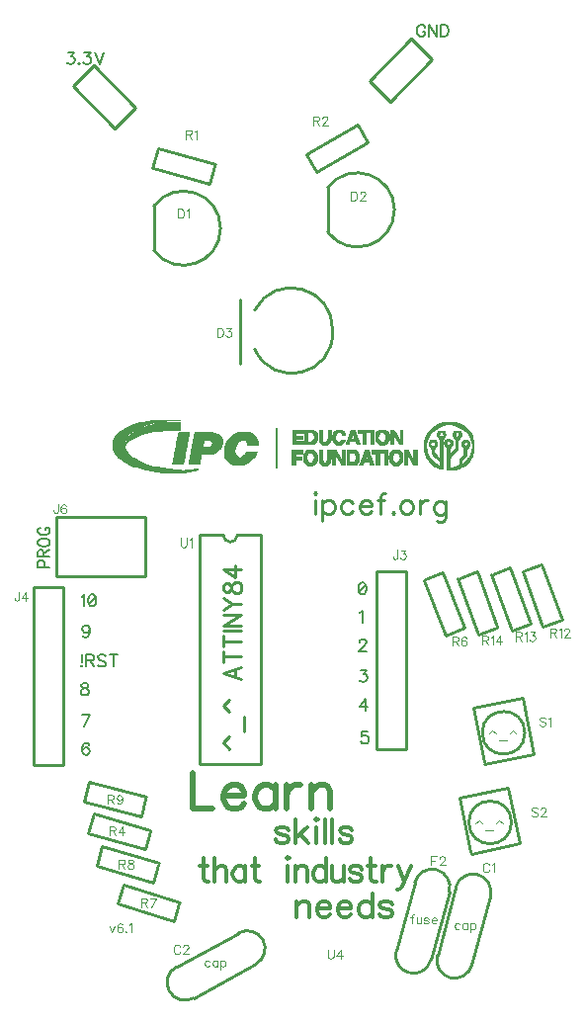
<source format=gbr>
G04 DipTrace 3.3.1.3*
G04 TopSilk.gbr*
%MOIN*%
G04 #@! TF.FileFunction,Legend,Top*
G04 #@! TF.Part,Single*
%ADD10C,0.009843*%
%ADD12C,0.003*%
%ADD80C,0.004632*%
%ADD81C,0.006176*%
%ADD84C,0.009264*%
%ADD85C,0.010807*%
%ADD86C,0.018527*%
%ADD87C,0.012351*%
%FSLAX26Y26*%
G04*
G70*
G90*
G75*
G01*
G04 TopSilk*
%LPD*%
X2027426Y883313D2*
D10*
X1965379Y651708D1*
X1911509Y914379D2*
X1849462Y682774D1*
G03X1965379Y651708I57929J-15642D01*
G01*
X2027426Y883313D2*
G03X1911509Y914379I-57929J15642D01*
G01*
X968840Y645594D2*
X1179417Y760227D1*
X1026198Y540209D2*
X1236775Y654843D1*
G03X1179417Y760227I-28573J52750D01*
G01*
X968840Y645594D2*
G03X1026198Y540209I28573J-52750D01*
G01*
X892797Y3061766D2*
Y3211642D1*
X893022Y3061466D2*
G03X893022Y3211942I99796J75238D01*
G01*
X1479327Y3123458D2*
Y3273333D1*
X1479552Y3123158D2*
G03X1479552Y3273633I99796J75238D01*
G01*
X1183220Y2897528D2*
Y2678772D1*
X1233221Y2860102D2*
G02X1495734Y2791339I123595J-63632D01*
G01*
X1233221Y2728837D2*
G03X1495734Y2791339I125541J55257D01*
G01*
X1710708Y699362D2*
X1773503Y930730D1*
X1826532Y667927D2*
X1889327Y899295D1*
G03X1773503Y930730I-57884J15823D01*
G01*
X1710708Y699362D2*
G03X1826532Y667927I57884J-15823D01*
G01*
X760901Y3473660D2*
X831605Y3544364D1*
X619472Y3615089D2*
X760901Y3473660D1*
X619472Y3615089D2*
X690176Y3685793D1*
X831605Y3544364D1*
X1618858Y3634533D2*
X1689562Y3563829D1*
X1760287Y3775962D2*
X1618858Y3634533D1*
X1760287Y3775962D2*
X1830991Y3705258D1*
X1689562Y3563829D1*
X1744148Y1978127D2*
X1644146D1*
Y1378181D1*
X1744148D1*
Y1978127D1*
X586958Y1924548D2*
X486956D1*
Y1324603D1*
X586958D1*
Y1924548D1*
X863393Y1961254D2*
X563393D1*
Y2161254D1*
X863393D1*
Y1961254D1*
X906794Y3405441D2*
X1099656Y3353764D1*
X1082040Y3287303D2*
X1098242Y3347673D1*
X888996Y3339032D2*
X1081858Y3287355D1*
X888813Y3339066D2*
X906612Y3405475D1*
X1613584Y3426736D2*
X1440690Y3326917D1*
X1406170Y3386371D2*
X1437400Y3332236D1*
X1579230Y3486271D2*
X1406336Y3386452D1*
X1579396Y3486379D2*
X1613750Y3426844D1*
X689885Y1163792D2*
X881472Y1107712D1*
X862363Y1041674D2*
X879929Y1101657D1*
X670549Y1097809D2*
X862181Y1041728D1*
X670368Y1097864D2*
X689703Y1163847D1*
X1877913Y1764339D2*
X1803082Y1949452D1*
X1866764Y1975374D2*
X1808799Y1951965D1*
X1941640Y1790085D2*
X1866830Y1975198D1*
X1941706Y1789908D2*
X1877979Y1764163D1*
X789852Y924322D2*
X980226Y864225D1*
X959730Y798606D2*
X978510Y858208D1*
X769131Y858760D2*
X959550Y798663D1*
X768950Y858817D2*
X789672Y924379D1*
X718789Y1053063D2*
X910255Y996483D1*
X890932Y930497D2*
X908668Y990432D1*
X699284Y987114D2*
X890750Y930552D1*
X699102Y987169D2*
X718607Y1053100D1*
X673920Y1270120D2*
X866733Y1218228D1*
X849030Y1151792D2*
X865273Y1212157D1*
X656080Y1203737D2*
X848848Y1151844D1*
X655898Y1203789D2*
X673737Y1270172D1*
X2205165Y1792820D2*
X2136877Y1980445D1*
X2201422Y2004121D2*
X2142688Y1982764D1*
X2269772Y1816363D2*
X2201484Y2003988D1*
X2269834Y1816184D2*
X2205227Y1792642D1*
X2098926Y1780322D2*
X2030638Y1967947D1*
X2095183Y1991623D2*
X2036449Y1970265D1*
X2163533Y1803864D2*
X2095245Y1991489D1*
X2163595Y1803686D2*
X2098988Y1780143D1*
X1986438Y1767823D2*
X1918150Y1955448D1*
X1982695Y1979124D2*
X1923961Y1957766D1*
X2051045Y1791365D2*
X1982757Y1978990D1*
X2051107Y1791187D2*
X1986500Y1767645D1*
X1970192Y1520307D2*
X2005543Y1336202D1*
X2006734Y1330028D2*
X2172453Y1361821D1*
X2135947Y1552100D1*
X1970192Y1520307D2*
X2135947Y1552100D1*
X2000637Y1434950D2*
G02X2000637Y1434950I71875J0D01*
G01*
X1923203Y1216097D2*
X1962115Y1032698D1*
X1963424Y1026578D2*
X2128527Y1061603D1*
X2088306Y1251123D1*
X1923203Y1216097D2*
X2088306Y1251123D1*
X1955314Y1132745D2*
G02X1955314Y1132745I71860J0D01*
G01*
X1253235Y2102356D2*
Y1330703D1*
X1048470D2*
X1253235D1*
X1048470Y2102356D2*
Y1330703D1*
Y2102356D2*
X1127237D1*
X1253235D2*
X1174468D1*
X1127237D2*
G03X1174468Y2102356I23616J3D01*
G01*
X885878Y2490250D2*
D12*
X981878D1*
X870209Y2487250D2*
X933878D1*
X856095Y2484250D2*
X912878D1*
X933878D2*
X981878D1*
X1875878D2*
X1899878D1*
X843884Y2481250D2*
X895430D1*
X912878D2*
X981764D1*
X1866083D2*
X1911047D1*
X833308Y2478250D2*
X884483D1*
X899285D2*
X981380D1*
X1857479D2*
X1920419D1*
X824029Y2475250D2*
X873878D1*
X885878D2*
X980661D1*
X1850155D2*
X1927902D1*
X815922Y2472250D2*
X861878D1*
X873878D2*
X979891D1*
X1843974D2*
X1870119D1*
X1904699D2*
X1933940D1*
X808783Y2469250D2*
X855878D1*
X864878D2*
X979368D1*
X1838903D2*
X1862017D1*
X1914197D2*
X1939039D1*
X802259Y2466250D2*
X846890D1*
X855878D2*
X979090D1*
X1834777D2*
X1855060D1*
X1922089D2*
X1943441D1*
X796148Y2463250D2*
X841004D1*
X849878D2*
X978962D1*
X1302878D2*
X1305878D1*
X1831245D2*
X1849210D1*
X1928564D2*
X1947228D1*
X790546Y2460250D2*
X835468D1*
X843878D2*
X978908D1*
X1302878D2*
X1305878D1*
X1828019D2*
X1844080D1*
X1933767D2*
X1950597D1*
X785626Y2457250D2*
X830494D1*
X837878D2*
X978878D1*
X1302878D2*
X1305878D1*
X1359878D2*
X1395878D1*
X1401878D2*
X1428878D1*
X1449878D2*
X1458878D1*
X1479878D2*
X1488878D1*
X1506878D2*
X1524878D1*
X1557878D2*
X1569878D1*
X1581878D2*
X1632878D1*
X1650878D2*
X1674878D1*
X1689878D2*
X1701878D1*
X1722878D2*
X1731878D1*
X1824941D2*
X1839427D1*
X1937948D2*
X1953657D1*
X781219Y2454250D2*
X825878D1*
X831878D2*
X910732D1*
X1302878D2*
X1305878D1*
X1359878D2*
X1395878D1*
X1401878D2*
X1433252D1*
X1449878D2*
X1458878D1*
X1479878D2*
X1488878D1*
X1502969D2*
X1529137D1*
X1556379D2*
X1570916D1*
X1581878D2*
X1632878D1*
X1646969D2*
X1677755D1*
X1689878D2*
X1703739D1*
X1722878D2*
X1731878D1*
X1822014D2*
X1835317D1*
X1851878D2*
X1869878D1*
X1905878D2*
X1923878D1*
X1941500D2*
X1956341D1*
X777007Y2451250D2*
X819878D1*
X825878D2*
X892098D1*
X1302878D2*
X1305878D1*
X1359878D2*
X1395878D1*
X1401878D2*
X1436996D1*
X1449878D2*
X1458878D1*
X1479878D2*
X1488878D1*
X1499968D2*
X1532497D1*
X1555122D2*
X1571914D1*
X1581878D2*
X1632878D1*
X1643968D2*
X1680290D1*
X1689878D2*
X1705461D1*
X1722878D2*
X1731878D1*
X1819384D2*
X1831986D1*
X1850379D2*
X1872289D1*
X1904030D2*
X1926289D1*
X1944723D2*
X1958635D1*
X773025Y2448250D2*
X816878D1*
X822878D2*
X876042D1*
X975878D2*
X1011878D1*
X1029878D2*
X1083878D1*
X1176878D2*
X1215878D1*
X1302878D2*
X1305878D1*
X1359878D2*
X1395878D1*
X1401878D2*
X1439933D1*
X1449878D2*
X1458878D1*
X1479878D2*
X1488878D1*
X1497809D2*
X1535094D1*
X1553861D2*
X1572865D1*
X1581878D2*
X1632878D1*
X1641809D2*
X1682263D1*
X1689878D2*
X1707162D1*
X1722878D2*
X1731878D1*
X1817110D2*
X1829363D1*
X1849145D2*
X1874043D1*
X1902425D2*
X1928043D1*
X1947709D2*
X1960770D1*
X769429Y2445250D2*
X862864D1*
X974494D2*
X1010853D1*
X1028853D2*
X1096665D1*
X1169620D2*
X1222100D1*
X1302878D2*
X1305878D1*
X1359878D2*
X1368878D1*
X1401878D2*
X1410878D1*
X1428301D2*
X1442237D1*
X1449878D2*
X1458878D1*
X1479878D2*
X1488878D1*
X1496359D2*
X1510354D1*
X1525430D2*
X1536019D1*
X1552516D2*
X1573889D1*
X1596878D2*
X1605878D1*
X1623878D2*
X1632878D1*
X1640359D2*
X1654354D1*
X1668753D2*
X1683878D1*
X1689878D2*
X1708993D1*
X1722878D2*
X1731878D1*
X1814984D2*
X1827082D1*
X1848095D2*
X1858430D1*
X1866327D2*
X1875048D1*
X1901224D2*
X1909002D1*
X1920755D2*
X1929048D1*
X1950361D2*
X1962855D1*
X766224Y2442250D2*
X807878D1*
X813878D2*
X852161D1*
X973620D2*
X1009960D1*
X1027960D2*
X1106366D1*
X1163260D2*
X1227462D1*
X1302878D2*
X1305878D1*
X1359878D2*
X1368878D1*
X1401878D2*
X1410878D1*
X1430170D2*
X1443081D1*
X1449878D2*
X1458878D1*
X1479878D2*
X1488878D1*
X1495546D2*
X1508215D1*
X1526483D2*
X1536541D1*
X1551184D2*
X1574896D1*
X1596878D2*
X1605878D1*
X1623878D2*
X1632878D1*
X1639546D2*
X1652215D1*
X1671251D2*
X1710943D1*
X1722878D2*
X1731878D1*
X1812900D2*
X1824925D1*
X1847255D2*
X1856483D1*
X1868274D2*
X1875524D1*
X1900610D2*
X1909467D1*
X1920290D2*
X1929524D1*
X1952643D2*
X1964742D1*
X763468Y2439250D2*
X804878D1*
X810878D2*
X843383D1*
X973079D2*
X1009380D1*
X1027380D2*
X1112933D1*
X1158042D2*
X1231716D1*
X1302878D2*
X1305878D1*
X1359878D2*
X1368878D1*
X1401878D2*
X1410878D1*
X1431641D2*
X1443539D1*
X1449878D2*
X1458878D1*
X1479878D2*
X1488878D1*
X1495155D2*
X1506491D1*
X1527878D2*
X1536878D1*
X1550002D2*
X1575868D1*
X1596878D2*
X1605878D1*
X1623878D2*
X1632878D1*
X1639155D2*
X1650491D1*
X1673032D2*
X1712778D1*
X1722878D2*
X1731878D1*
X1811014D2*
X1822910D1*
X1847693D2*
X1854878D1*
X1869878D2*
X1875617D1*
X1900659D2*
X1910493D1*
X1919263D2*
X1929605D1*
X1954760D2*
X1966347D1*
X761142Y2436250D2*
X835971D1*
X972503D2*
X1008980D1*
X1026980D2*
X1117665D1*
X1153836D2*
X1234793D1*
X1302878D2*
X1305878D1*
X1359878D2*
X1392878D1*
X1401878D2*
X1410878D1*
X1433177D2*
X1443745D1*
X1449878D2*
X1458878D1*
X1479867D2*
X1488878D1*
X1494985D2*
X1505246D1*
X1548958D2*
X1561430D1*
X1566878D2*
X1576991D1*
X1596878D2*
X1605878D1*
X1623878D2*
X1632878D1*
X1638985D2*
X1649246D1*
X1674045D2*
X1714389D1*
X1722878D2*
X1731878D1*
X1809398D2*
X1820915D1*
X1848705D2*
X1875202D1*
X1901443D2*
X1911878D1*
X1917878D2*
X1929395D1*
X1956751D2*
X1967553D1*
X759006Y2433250D2*
X829428D1*
X971706D2*
X1008465D1*
X1026465D2*
X1119836D1*
X1150280D2*
X1236971D1*
X1302878D2*
X1305878D1*
X1359878D2*
X1392878D1*
X1401878D2*
X1410878D1*
X1434878D2*
X1443829D1*
X1449878D2*
X1458890D1*
X1479761D2*
X1488878D1*
X1494918D2*
X1504618D1*
X1547893D2*
X1559483D1*
X1566878D2*
X1578277D1*
X1596878D2*
X1605878D1*
X1623878D2*
X1632878D1*
X1638918D2*
X1648618D1*
X1674523D2*
X1715733D1*
X1722878D2*
X1731878D1*
X1808087D2*
X1818976D1*
X1850309D2*
X1874027D1*
X1903019D2*
X1927605D1*
X1958360D2*
X1968267D1*
X757021Y2430250D2*
X798878D1*
X804878D2*
X823553D1*
X970908D2*
X1007693D1*
X1025693D2*
X1121345D1*
X1147145D2*
X1238522D1*
X1302878D2*
X1305878D1*
X1359878D2*
X1392878D1*
X1401878D2*
X1410878D1*
X1433356D2*
X1443849D1*
X1449878D2*
X1458996D1*
X1479367D2*
X1488878D1*
X1494892D2*
X1504650D1*
X1546870D2*
X1557878D1*
X1566878D2*
X1579586D1*
X1596878D2*
X1605878D1*
X1623878D2*
X1632878D1*
X1638892D2*
X1648661D1*
X1674617D2*
X1701878D1*
X1708354D2*
X1716878D1*
X1722878D2*
X1731878D1*
X1806990D2*
X1817386D1*
X1852404D2*
X1872168D1*
X1905338D2*
X1924969D1*
X1959628D2*
X1968622D1*
X755515Y2427250D2*
X795878D1*
X801878D2*
X818284D1*
X970362D2*
X1006903D1*
X1024903D2*
X1122189D1*
X1144432D2*
X1239713D1*
X1302878D2*
X1305878D1*
X1359878D2*
X1368878D1*
X1401878D2*
X1410878D1*
X1431879D2*
X1443755D1*
X1449878D2*
X1459380D1*
X1478534D2*
X1488878D1*
X1494895D2*
X1505324D1*
X1545892D2*
X1580760D1*
X1596878D2*
X1605878D1*
X1623878D2*
X1632878D1*
X1638895D2*
X1649450D1*
X1674202D2*
X1701878D1*
X1709215D2*
X1731878D1*
X1805917D2*
X1816125D1*
X1854522D2*
X1870160D1*
X1878878D2*
X1890878D1*
X1907864D2*
X1922179D1*
X1960796D2*
X1968779D1*
X754628Y2424250D2*
X813514D1*
X969975D2*
X1006372D1*
X1024372D2*
X1122595D1*
X1142127D2*
X1240822D1*
X1302878D2*
X1305878D1*
X1359878D2*
X1368878D1*
X1401878D2*
X1410878D1*
X1429771D2*
X1443365D1*
X1449890D2*
X1460124D1*
X1477294D2*
X1488867D1*
X1494997D2*
X1506501D1*
X1527878D2*
X1536878D1*
X1544767D2*
X1581800D1*
X1596878D2*
X1605878D1*
X1623878D2*
X1632878D1*
X1639009D2*
X1651090D1*
X1673026D2*
X1701878D1*
X1710479D2*
X1731878D1*
X1804991D2*
X1814972D1*
X1827878D2*
X1839878D1*
X1856137D2*
X1868581D1*
X1876430D2*
X1894674D1*
X1909804D2*
X1919760D1*
X1938878D2*
X1947878D1*
X1961861D2*
X1968842D1*
X754191Y2421250D2*
X792878D1*
X798878D2*
X809254D1*
X969464D2*
X1006079D1*
X1024079D2*
X1122769D1*
X1139989D2*
X1186468D1*
X1200753D2*
X1241759D1*
X1302878D2*
X1305878D1*
X1359878D2*
X1368878D1*
X1401878D2*
X1410878D1*
X1426626D2*
X1442531D1*
X1450007D2*
X1461017D1*
X1475699D2*
X1488750D1*
X1495402D2*
X1508070D1*
X1524878D2*
X1536403D1*
X1543480D2*
X1582864D1*
X1596878D2*
X1605878D1*
X1623878D2*
X1632878D1*
X1639507D2*
X1653685D1*
X1671119D2*
X1683403D1*
X1689878D2*
X1701878D1*
X1712117D2*
X1731878D1*
X1804405D2*
X1814001D1*
X1824645D2*
X1842753D1*
X1857083D2*
X1867586D1*
X1874483D2*
X1897727D1*
X1910935D2*
X1918794D1*
X1935645D2*
X1951788D1*
X1962844D2*
X1968865D1*
X754000Y2418250D2*
X792878D1*
X798878D2*
X805620D1*
X968692D2*
X1005846D1*
X1023846D2*
X1059867D1*
X1083878D2*
X1122838D1*
X1137902D2*
X1181725D1*
X1203251D2*
X1242350D1*
X1302878D2*
X1305878D1*
X1359878D2*
X1395878D1*
X1401878D2*
X1410878D1*
X1422878D2*
X1441263D1*
X1450519D2*
X1461878D1*
X1473878D2*
X1488238D1*
X1496354D2*
X1509878D1*
X1521878D2*
X1535530D1*
X1542182D2*
X1583896D1*
X1596878D2*
X1605878D1*
X1623878D2*
X1632878D1*
X1640737D2*
X1656878D1*
X1668878D2*
X1682519D1*
X1689878D2*
X1701878D1*
X1713999D2*
X1731878D1*
X1804103D2*
X1813295D1*
X1822178D2*
X1845251D1*
X1857548D2*
X1866878D1*
X1872878D2*
X1898840D1*
X1911488D2*
X1918269D1*
X1933178D2*
X1954789D1*
X1963869D2*
X1968874D1*
X753923Y2415250D2*
X802639D1*
X967903D2*
X1005411D1*
X1023411D2*
X1059761D1*
X1086878D2*
X1122853D1*
X1136015D2*
X1177826D1*
X1205032D2*
X1242653D1*
X1302878D2*
X1305878D1*
X1359878D2*
X1395878D1*
X1401878D2*
X1439531D1*
X1451490D2*
X1487267D1*
X1497763D2*
X1534141D1*
X1541106D2*
X1551878D1*
X1573430D2*
X1584945D1*
X1596878D2*
X1605878D1*
X1623878D2*
X1632878D1*
X1642838D2*
X1681015D1*
X1689878D2*
X1701878D1*
X1715892D2*
X1731878D1*
X1803967D2*
X1812606D1*
X1820529D2*
X1847021D1*
X1857750D2*
X1879430D1*
X1890878D2*
X1899438D1*
X1911728D2*
X1918032D1*
X1931529D2*
X1956937D1*
X1964776D2*
X1968877D1*
X753894Y2412250D2*
X800210D1*
X967372D2*
X1004672D1*
X1022672D2*
X1059377D1*
X1089878D2*
X1122757D1*
X1134410D2*
X1174733D1*
X1206048D2*
X1242790D1*
X1302878D2*
X1305878D1*
X1359878D2*
X1395878D1*
X1401878D2*
X1437318D1*
X1454208D2*
X1484549D1*
X1500972D2*
X1531942D1*
X1540397D2*
X1551878D1*
X1574483D2*
X1586288D1*
X1596878D2*
X1605878D1*
X1623878D2*
X1632878D1*
X1645811D2*
X1678917D1*
X1689878D2*
X1701878D1*
X1717835D2*
X1731878D1*
X1803911D2*
X1811750D1*
X1819629D2*
X1827878D1*
X1839878D2*
X1848203D1*
X1857831D2*
X1880483D1*
X1893878D2*
X1899695D1*
X1911823D2*
X1917935D1*
X1930629D2*
X1938878D1*
X1950327D2*
X1958588D1*
X1965356D2*
X1968878D1*
X753884Y2409250D2*
X798032D1*
X967079D2*
X1003895D1*
X1021895D2*
X1058633D1*
X1087931D2*
X1122377D1*
X1133192D2*
X1172358D1*
X1206561D2*
X1242847D1*
X1302878D2*
X1305878D1*
X1359878D2*
X1395878D1*
X1401878D2*
X1434878D1*
X1457789D2*
X1480968D1*
X1505170D2*
X1528703D1*
X1539878D2*
X1551878D1*
X1575878D2*
X1587878D1*
X1596878D2*
X1605878D1*
X1623878D2*
X1632878D1*
X1649618D2*
X1674229D1*
X1689878D2*
X1701878D1*
X1719878D2*
X1731878D1*
X1803890D2*
X1810925D1*
X1819311D2*
X1824878D1*
X1839878D2*
X1848092D1*
X1857862D2*
X1881878D1*
X1890878D2*
X1899675D1*
X1911859D2*
X1917898D1*
X1930311D2*
X1935878D1*
X1949274D2*
X1958776D1*
X1965655D2*
X1968878D1*
X753880Y2406250D2*
X796042D1*
X966846D2*
X1003358D1*
X1021358D2*
X1057740D1*
X1085951D2*
X1121648D1*
X1132372D2*
X1170531D1*
X1206878D2*
X1242878D1*
X1302878D2*
X1305878D1*
X1461878D2*
X1476878D1*
X1509878D2*
X1524878D1*
X1653878D2*
X1668878D1*
X1803883D2*
X1810392D1*
X1819359D2*
X1827878D1*
X1839878D2*
X1847404D1*
X1857873D2*
X1866878D1*
X1873571D2*
X1899410D1*
X1911872D2*
X1917885D1*
X1930359D2*
X1938878D1*
X1947878D2*
X1958263D1*
X1965790D2*
X1968878D1*
X753879Y2403250D2*
X794341D1*
X966411D2*
X1002973D1*
X1020973D2*
X1056878D1*
X1083878D2*
X1120762D1*
X1131635D2*
X1169135D1*
X1302878D2*
X1305878D1*
X1803880D2*
X1810211D1*
X1820804D2*
X1846113D1*
X1857877D2*
X1866878D1*
X1875083D2*
X1897726D1*
X1911853D2*
X1917881D1*
X1931690D2*
X1957055D1*
X1965846D2*
X1968878D1*
X753879Y2400250D2*
X793817D1*
X965672D2*
X1002463D1*
X1020463D2*
X1119751D1*
X1130760D2*
X1168007D1*
X1302878D2*
X1305878D1*
X1803879D2*
X1810463D1*
X1823080D2*
X1844135D1*
X1857878D2*
X1866878D1*
X1877298D2*
X1895471D1*
X1911632D2*
X1917879D1*
X1933582D2*
X1955113D1*
X1965867D2*
X1968878D1*
X753879Y2397250D2*
X794446D1*
X964895D2*
X1001692D1*
X1019692D2*
X1118361D1*
X1129928D2*
X1166922D1*
X1302878D2*
X1305878D1*
X1803879D2*
X1811128D1*
X1825813D2*
X1841661D1*
X1857878D2*
X1866878D1*
X1879362D2*
X1893397D1*
X1911105D2*
X1917867D1*
X1935595D2*
X1952653D1*
X1965863D2*
X1968878D1*
X753890Y2394250D2*
X795478D1*
X964358D2*
X1000903D1*
X1018903D2*
X1116617D1*
X1129381D2*
X1165993D1*
X1302878D2*
X1305878D1*
X1803879D2*
X1811877D1*
X1828153D2*
X1839476D1*
X1857878D2*
X1866878D1*
X1880688D2*
X1892070D1*
X1908903D2*
X1917750D1*
X1937165D2*
X1950473D1*
X1965760D2*
X1968878D1*
X754007Y2391250D2*
X796775D1*
X963973D2*
X1000360D1*
X1018372D2*
X1114655D1*
X1129094D2*
X1165406D1*
X1302878D2*
X1305878D1*
X1803890D2*
X1812405D1*
X1829604D2*
X1838100D1*
X1857878D2*
X1866878D1*
X1881372D2*
X1891386D1*
X1906080D2*
X1917250D1*
X1938094D2*
X1949099D1*
X1965379D2*
X1968878D1*
X754495Y2388250D2*
X798297D1*
X963463D2*
X999974D1*
X1018079D2*
X1112116D1*
X1128964D2*
X1165103D1*
X1302878D2*
X1305878D1*
X1356878D2*
X1392878D1*
X1407878D2*
X1431878D1*
X1449878D2*
X1458878D1*
X1476878D2*
X1488878D1*
X1494878D2*
X1506878D1*
X1527878D2*
X1536878D1*
X1542878D2*
X1572878D1*
X1602878D2*
X1617878D1*
X1626878D2*
X1680878D1*
X1695878D2*
X1719878D1*
X1737878D2*
X1749878D1*
X1767878D2*
X1779878D1*
X1803996D2*
X1812786D1*
X1830340D2*
X1837420D1*
X1857878D2*
X1866878D1*
X1881679D2*
X1891078D1*
X1903028D2*
X1916020D1*
X1938552D2*
X1948396D1*
X1964649D2*
X1968878D1*
X755608Y2385250D2*
X800156D1*
X962692D2*
X999464D1*
X1017846D2*
X1108498D1*
X1128910D2*
X1164979D1*
X1302878D2*
X1305878D1*
X1356878D2*
X1392878D1*
X1404993D2*
X1434764D1*
X1449878D2*
X1458878D1*
X1476878D2*
X1488878D1*
X1494878D2*
X1508739D1*
X1527878D2*
X1536878D1*
X1542878D2*
X1576788D1*
X1602403D2*
X1618342D1*
X1626878D2*
X1680878D1*
X1693004D2*
X1723788D1*
X1737878D2*
X1751379D1*
X1767878D2*
X1779878D1*
X1804378D2*
X1813306D1*
X1830667D2*
X1837328D1*
X1857878D2*
X1866878D1*
X1881804D2*
X1890949D1*
X1899949D2*
X1913928D1*
X1938752D2*
X1948082D1*
X1963774D2*
X1968878D1*
X757213Y2382250D2*
X802471D1*
X961903D2*
X998692D1*
X1017411D2*
X1103822D1*
X1128890D2*
X1165040D1*
X1203878D2*
X1239878D1*
X1302878D2*
X1305878D1*
X1356878D2*
X1392878D1*
X1402389D2*
X1437368D1*
X1449878D2*
X1458878D1*
X1476878D2*
X1488878D1*
X1494878D2*
X1510461D1*
X1527878D2*
X1536878D1*
X1542878D2*
X1579789D1*
X1601554D2*
X1619098D1*
X1626878D2*
X1680878D1*
X1690505D2*
X1726789D1*
X1737878D2*
X1753122D1*
X1767878D2*
X1779878D1*
X1805108D2*
X1814182D1*
X1830812D2*
X1837694D1*
X1857878D2*
X1866878D1*
X1881852D2*
X1890878D1*
X1896878D2*
X1911035D1*
X1938820D2*
X1947954D1*
X1962857D2*
X1968878D1*
X759005Y2379250D2*
X805128D1*
X961360D2*
X997903D1*
X1016672D2*
X1098478D1*
X1128882D2*
X1165530D1*
X1201881D2*
X1238379D1*
X1302878D2*
X1305878D1*
X1356878D2*
X1392878D1*
X1400225D2*
X1439532D1*
X1449878D2*
X1458878D1*
X1476878D2*
X1488878D1*
X1494878D2*
X1512162D1*
X1527878D2*
X1536878D1*
X1542878D2*
X1581948D1*
X1600395D2*
X1619980D1*
X1626878D2*
X1680878D1*
X1688713D2*
X1728948D1*
X1737878D2*
X1754861D1*
X1767878D2*
X1779878D1*
X1805983D2*
X1815366D1*
X1830980D2*
X1839873D1*
X1857878D2*
X1866878D1*
X1881869D2*
X1907528D1*
X1938721D2*
X1947894D1*
X1961755D2*
X1968867D1*
X761024Y2376250D2*
X807976D1*
X960974D2*
X997372D1*
X1015895D2*
X1092878D1*
X1128892D2*
X1166492D1*
X1199545D2*
X1237122D1*
X1302878D2*
X1305878D1*
X1356878D2*
X1368878D1*
X1398494D2*
X1411456D1*
X1428301D2*
X1441263D1*
X1449878D2*
X1458878D1*
X1476878D2*
X1488878D1*
X1494878D2*
X1513993D1*
X1527878D2*
X1536878D1*
X1542878D2*
X1551878D1*
X1569301D2*
X1583398D1*
X1599139D2*
X1620888D1*
X1641878D2*
X1653878D1*
X1668878D2*
X1680878D1*
X1687632D2*
X1702004D1*
X1716753D2*
X1730398D1*
X1737878D2*
X1756514D1*
X1767878D2*
X1779878D1*
X1806900D2*
X1816720D1*
X1831497D2*
X1842684D1*
X1857878D2*
X1866878D1*
X1881875D2*
X1903843D1*
X1938419D2*
X1947759D1*
X1960464D2*
X1968761D1*
X763417Y2373250D2*
X810926D1*
X960464D2*
X997079D1*
X1015358D2*
X1050878D1*
X1128996D2*
X1169209D1*
X1196189D2*
X1235849D1*
X1302878D2*
X1305878D1*
X1356878D2*
X1368878D1*
X1397235D2*
X1409587D1*
X1430170D2*
X1442522D1*
X1449878D2*
X1458878D1*
X1476878D2*
X1488878D1*
X1494878D2*
X1515943D1*
X1527878D2*
X1536878D1*
X1542878D2*
X1551878D1*
X1571170D2*
X1584211D1*
X1597986D2*
X1621897D1*
X1641878D2*
X1653878D1*
X1668878D2*
X1680878D1*
X1686878D2*
X1699506D1*
X1719251D2*
X1731211D1*
X1737878D2*
X1758166D1*
X1767878D2*
X1779878D1*
X1808002D2*
X1818164D1*
X1832722D2*
X1845731D1*
X1857878D2*
X1866878D1*
X1881878D2*
X1900363D1*
X1936604D2*
X1947253D1*
X1959053D2*
X1968367D1*
X766107Y2370250D2*
X814008D1*
X959692D2*
X996846D1*
X1014973D2*
X1050867D1*
X1129390D2*
X1172789D1*
X1191447D2*
X1234387D1*
X1302878D2*
X1305878D1*
X1356878D2*
X1368878D1*
X1396501D2*
X1408116D1*
X1431641D2*
X1443256D1*
X1449878D2*
X1458878D1*
X1476878D2*
X1488878D1*
X1494878D2*
X1517778D1*
X1527878D2*
X1536878D1*
X1542878D2*
X1551878D1*
X1572641D2*
X1584602D1*
X1596953D2*
X1622899D1*
X1641878D2*
X1653878D1*
X1668878D2*
X1697725D1*
X1721032D2*
X1731602D1*
X1737878D2*
X1759949D1*
X1767878D2*
X1779878D1*
X1809293D2*
X1819651D1*
X1834711D2*
X1848809D1*
X1857878D2*
X1866878D1*
X1881878D2*
X1897213D1*
X1933856D2*
X1946033D1*
X1957497D2*
X1967543D1*
X768980Y2367250D2*
X817394D1*
X958903D2*
X996411D1*
X1014463D2*
X1050761D1*
X1130214D2*
X1176878D1*
X1185878D2*
X1232568D1*
X1302878D2*
X1305878D1*
X1356878D2*
X1389878D1*
X1396138D2*
X1406580D1*
X1433177D2*
X1443619D1*
X1449878D2*
X1458878D1*
X1476878D2*
X1488878D1*
X1494878D2*
X1519389D1*
X1527878D2*
X1536878D1*
X1542878D2*
X1551878D1*
X1574177D2*
X1584772D1*
X1595892D2*
X1605878D1*
X1611327D2*
X1623869D1*
X1641878D2*
X1653878D1*
X1668878D2*
X1696712D1*
X1722033D2*
X1731772D1*
X1737878D2*
X1761878D1*
X1767878D2*
X1779878D1*
X1810693D2*
X1821251D1*
X1837234D2*
X1851878D1*
X1857878D2*
X1866878D1*
X1881878D2*
X1894589D1*
X1930680D2*
X1944045D1*
X1955727D2*
X1966380D1*
X772029Y2364250D2*
X821227D1*
X958372D2*
X995672D1*
X1013692D2*
X1050379D1*
X1131377D2*
X1230272D1*
X1302878D2*
X1305878D1*
X1356878D2*
X1389878D1*
X1395980D2*
X1404878D1*
X1434878D2*
X1443777D1*
X1449878D2*
X1458890D1*
X1476878D2*
X1488878D1*
X1494878D2*
X1503878D1*
X1509403D2*
X1520733D1*
X1527878D2*
X1536878D1*
X1542878D2*
X1551878D1*
X1575878D2*
X1584839D1*
X1594869D2*
X1605878D1*
X1613274D2*
X1624991D1*
X1641878D2*
X1653878D1*
X1668878D2*
X1696234D1*
X1722417D2*
X1731839D1*
X1737878D2*
X1746878D1*
X1753456D2*
X1779878D1*
X1812154D2*
X1823140D1*
X1840128D2*
X1866878D1*
X1881878D2*
X1892756D1*
X1927865D2*
X1941535D1*
X1953789D2*
X1965021D1*
X775402Y2361250D2*
X825495D1*
X958079D2*
X994895D1*
X1012903D2*
X1049660D1*
X1132736D2*
X1227624D1*
X1302878D2*
X1305878D1*
X1356878D2*
X1389878D1*
X1395927D2*
X1406389D1*
X1433368D2*
X1443829D1*
X1449878D2*
X1459007D1*
X1476867D2*
X1488878D1*
X1494878D2*
X1503878D1*
X1511554D2*
X1521878D1*
X1527878D2*
X1536878D1*
X1542878D2*
X1551878D1*
X1574370D2*
X1584853D1*
X1593892D2*
X1605878D1*
X1614878D2*
X1626277D1*
X1641878D2*
X1653878D1*
X1668878D2*
X1696152D1*
X1722223D2*
X1731865D1*
X1737878D2*
X1746878D1*
X1754596D2*
X1779878D1*
X1813648D2*
X1825465D1*
X1843426D2*
X1866878D1*
X1881878D2*
X1891723D1*
X1925568D2*
X1938758D1*
X1951848D2*
X1963486D1*
X779229Y2358250D2*
X830235D1*
X957846D2*
X994358D1*
X1012360D2*
X1048891D1*
X1134294D2*
X1224767D1*
X1302878D2*
X1305878D1*
X1356878D2*
X1389878D1*
X1396009D2*
X1407752D1*
X1432005D2*
X1443748D1*
X1449878D2*
X1459506D1*
X1476753D2*
X1488867D1*
X1494878D2*
X1503878D1*
X1513395D2*
X1536878D1*
X1542878D2*
X1551878D1*
X1573040D2*
X1584757D1*
X1592767D2*
X1627586D1*
X1641878D2*
X1653878D1*
X1668878D2*
X1696362D1*
X1721359D2*
X1731862D1*
X1737878D2*
X1746878D1*
X1756198D2*
X1779878D1*
X1815250D2*
X1828126D1*
X1847102D2*
X1866878D1*
X1881878D2*
X1891226D1*
X1924699D2*
X1935959D1*
X1949757D2*
X1961723D1*
X783495Y2355250D2*
X835512D1*
X957411D2*
X993973D1*
X1011974D2*
X1048368D1*
X1136268D2*
X1221713D1*
X1302878D2*
X1305878D1*
X1356878D2*
X1368878D1*
X1396394D2*
X1409397D1*
X1430360D2*
X1443363D1*
X1449890D2*
X1460714D1*
X1476289D2*
X1488761D1*
X1494878D2*
X1503878D1*
X1515139D2*
X1536878D1*
X1542878D2*
X1551878D1*
X1571555D2*
X1584366D1*
X1591480D2*
X1628760D1*
X1641878D2*
X1653878D1*
X1668878D2*
X1680878D1*
X1687004D2*
X1697847D1*
X1719687D2*
X1731748D1*
X1737878D2*
X1746878D1*
X1757886D2*
X1779878D1*
X1817140D2*
X1830975D1*
X1850743D2*
X1866878D1*
X1881878D2*
X1891012D1*
X1924228D2*
X1933489D1*
X1947227D2*
X1959787D1*
X788236Y2352250D2*
X841256D1*
X956671D2*
X993461D1*
X1011461D2*
X1048090D1*
X1138992D2*
X1218225D1*
X1302878D2*
X1305878D1*
X1356878D2*
X1368878D1*
X1397227D2*
X1411516D1*
X1428241D2*
X1442530D1*
X1450007D2*
X1462632D1*
X1475263D2*
X1488367D1*
X1494878D2*
X1503878D1*
X1516986D2*
X1536878D1*
X1542878D2*
X1551878D1*
X1569878D2*
X1583531D1*
X1590171D2*
X1629800D1*
X1641878D2*
X1653878D1*
X1668878D2*
X1680878D1*
X1687506D2*
X1701134D1*
X1717079D2*
X1731250D1*
X1737878D2*
X1746878D1*
X1759524D2*
X1779878D1*
X1819465D2*
X1833926D1*
X1853762D2*
X1866878D1*
X1881878D2*
X1890927D1*
X1924015D2*
X1931708D1*
X1944065D2*
X1957836D1*
X793501Y2349250D2*
X847491D1*
X955887D2*
X992664D1*
X1010665D2*
X1047962D1*
X1142598D2*
X1213902D1*
X1302878D2*
X1305878D1*
X1356878D2*
X1368878D1*
X1398518D2*
X1413878D1*
X1425878D2*
X1441239D1*
X1450519D2*
X1464878D1*
X1473878D2*
X1487520D1*
X1494878D2*
X1503878D1*
X1518951D2*
X1536878D1*
X1542878D2*
X1582263D1*
X1588988D2*
X1630853D1*
X1641878D2*
X1653878D1*
X1668878D2*
X1680878D1*
X1688736D2*
X1704878D1*
X1713878D2*
X1730020D1*
X1737878D2*
X1746878D1*
X1761198D2*
X1779878D1*
X1822126D2*
X1837017D1*
X1856163D2*
X1866878D1*
X1881878D2*
X1890896D1*
X1923917D2*
X1930630D1*
X1940181D2*
X1955651D1*
X799138Y2346250D2*
X854274D1*
X955316D2*
X991751D1*
X1009751D2*
X1047908D1*
X1147150D2*
X1208457D1*
X1302878D2*
X1305878D1*
X1356878D2*
X1368878D1*
X1400487D2*
X1439270D1*
X1451490D2*
X1486137D1*
X1494878D2*
X1503878D1*
X1520875D2*
X1536878D1*
X1542878D2*
X1580531D1*
X1587864D2*
X1599327D1*
X1620878D2*
X1631778D1*
X1641878D2*
X1653878D1*
X1668878D2*
X1680878D1*
X1690838D2*
X1727919D1*
X1737878D2*
X1746878D1*
X1763111D2*
X1779878D1*
X1824987D2*
X1840472D1*
X1857050D2*
X1866878D1*
X1881878D2*
X1890884D1*
X1923756D2*
X1929878D1*
X1935878D2*
X1952853D1*
X804991Y2343250D2*
X861636D1*
X954878D2*
X990878D1*
X1008878D2*
X1047878D1*
X1152707D2*
X1201945D1*
X1302878D2*
X1305878D1*
X1356878D2*
X1368878D1*
X1403677D2*
X1436080D1*
X1454208D2*
X1483941D1*
X1494878D2*
X1503878D1*
X1522829D2*
X1536878D1*
X1542878D2*
X1578318D1*
X1586488D2*
X1598274D1*
X1620878D2*
X1632409D1*
X1641878D2*
X1653878D1*
X1668878D2*
X1680878D1*
X1693811D2*
X1724946D1*
X1737878D2*
X1746878D1*
X1765398D2*
X1779878D1*
X1828032D2*
X1844495D1*
X1857553D2*
X1866878D1*
X1881878D2*
X1890880D1*
X1923424D2*
X1949425D1*
X811045Y2340250D2*
X869880D1*
X1158878D2*
X1194878D1*
X1302878D2*
X1305878D1*
X1356878D2*
X1368878D1*
X1408348D2*
X1431409D1*
X1457789D2*
X1480703D1*
X1494878D2*
X1503878D1*
X1524878D2*
X1536878D1*
X1542878D2*
X1575878D1*
X1584878D2*
X1596878D1*
X1620878D2*
X1632878D1*
X1641878D2*
X1653878D1*
X1668878D2*
X1680878D1*
X1697618D2*
X1721139D1*
X1737878D2*
X1746878D1*
X1767878D2*
X1779878D1*
X1831402D2*
X1848878D1*
X1857878D2*
X1866878D1*
X1881878D2*
X1890879D1*
X1921811D2*
X1945674D1*
X817532Y2337250D2*
X879489D1*
X1302878D2*
X1305878D1*
X1413878D2*
X1425878D1*
X1461878D2*
X1476878D1*
X1701878D2*
X1716878D1*
X1835241D2*
X1866878D1*
X1881878D2*
X1890879D1*
X1917199D2*
X1941707D1*
X824858Y2334250D2*
X890788D1*
X1302878D2*
X1305878D1*
X1839621D2*
X1866878D1*
X1881878D2*
X1890879D1*
X1910618D2*
X1937220D1*
X833354Y2331250D2*
X904443D1*
X1302878D2*
X1305878D1*
X1844816D2*
X1866878D1*
X1881878D2*
X1890878D1*
X1902878D2*
X1931999D1*
X843210Y2328250D2*
X921867D1*
X1302878D2*
X1305878D1*
X1851054D2*
X1866878D1*
X1881878D2*
X1925976D1*
X854637Y2325250D2*
X944289D1*
X1041878D2*
D3*
X1857878D2*
X1866878D1*
X1881878D2*
X1919149D1*
X868123Y2322250D2*
X971109D1*
X1011878D2*
X1041878D1*
X1881878D2*
X1911878D1*
X884462Y2319250D2*
X1028359D1*
X903847Y2316250D2*
X1011963D1*
X924878Y2313250D2*
X993878D1*
X885878Y2490250D2*
X870209Y2487250D1*
X856095Y2484250D1*
X843884Y2481250D1*
X833308Y2478250D1*
X824029Y2475250D1*
X815922Y2472250D1*
X808783Y2469250D1*
X802259Y2466250D1*
X796148Y2463250D1*
X790546Y2460250D1*
X785626Y2457250D1*
X781219Y2454250D1*
X777007Y2451250D1*
X773025Y2448250D1*
X769429Y2445250D1*
X766224Y2442250D1*
X763468Y2439250D1*
X761142Y2436250D1*
X759006Y2433250D1*
X757021Y2430250D1*
X755515Y2427250D1*
X754628Y2424250D1*
X754191Y2421250D1*
X754000Y2418250D1*
X753923Y2415250D1*
X753894Y2412250D1*
X753884Y2409250D1*
X753880Y2406250D1*
X753879Y2403250D1*
Y2400250D1*
Y2397250D1*
X753890Y2394250D1*
X754007Y2391250D1*
X754495Y2388250D1*
X755608Y2385250D1*
X757213Y2382250D1*
X759005Y2379250D1*
X761024Y2376250D1*
X763417Y2373250D1*
X766107Y2370250D1*
X768980Y2367250D1*
X772029Y2364250D1*
X775402Y2361250D1*
X779229Y2358250D1*
X783495Y2355250D1*
X788236Y2352250D1*
X793501Y2349250D1*
X799138Y2346250D1*
X804991Y2343250D1*
X811045Y2340250D1*
X817532Y2337250D1*
X824858Y2334250D1*
X833354Y2331250D1*
X843210Y2328250D1*
X854637Y2325250D1*
X868123Y2322250D1*
X884462Y2319250D1*
X903847Y2316250D1*
X924878Y2313250D1*
X981878Y2490250D2*
X933878D2*
Y2487250D1*
Y2484250D1*
X915878Y2487250D2*
X912878Y2484250D1*
X933878D2*
X981878D2*
X981764Y2481250D1*
X981380Y2478250D1*
X980661Y2475250D1*
X979891Y2472250D1*
X979368Y2469250D1*
X979090Y2466250D1*
X978962Y2463250D1*
X978908Y2460250D1*
X978878Y2457250D1*
X1875878Y2484250D2*
X1866083Y2481250D1*
X1857479Y2478250D1*
X1850155Y2475250D1*
X1843974Y2472250D1*
X1838903Y2469250D1*
X1834777Y2466250D1*
X1831245Y2463250D1*
X1828019Y2460250D1*
X1824941Y2457250D1*
X1822014Y2454250D1*
X1819384Y2451250D1*
X1817110Y2448250D1*
X1814984Y2445250D1*
X1812900Y2442250D1*
X1811014Y2439250D1*
X1809398Y2436250D1*
X1808087Y2433250D1*
X1806990Y2430250D1*
X1805917Y2427250D1*
X1804991Y2424250D1*
X1804405Y2421250D1*
X1804103Y2418250D1*
X1803967Y2415250D1*
X1803911Y2412250D1*
X1803890Y2409250D1*
X1803883Y2406250D1*
X1803880Y2403250D1*
X1803879Y2400250D1*
Y2397250D1*
Y2394250D1*
X1803890Y2391250D1*
X1803996Y2388250D1*
X1804378Y2385250D1*
X1805108Y2382250D1*
X1805983Y2379250D1*
X1806900Y2376250D1*
X1808002Y2373250D1*
X1809293Y2370250D1*
X1810693Y2367250D1*
X1812154Y2364250D1*
X1813648Y2361250D1*
X1815250Y2358250D1*
X1817140Y2355250D1*
X1819465Y2352250D1*
X1822126Y2349250D1*
X1824987Y2346250D1*
X1828032Y2343250D1*
X1831402Y2340250D1*
X1835241Y2337250D1*
X1839621Y2334250D1*
X1844816Y2331250D1*
X1851054Y2328250D1*
X1857878Y2325250D1*
X1899878Y2484250D2*
X1911047Y2481250D1*
X1920419Y2478250D1*
X1927902Y2475250D1*
X1933940Y2472250D1*
X1939039Y2469250D1*
X1943441Y2466250D1*
X1947228Y2463250D1*
X1950597Y2460250D1*
X1953657Y2457250D1*
X1956341Y2454250D1*
X1958635Y2451250D1*
X1960770Y2448250D1*
X1962855Y2445250D1*
X1964742Y2442250D1*
X1966347Y2439250D1*
X1967553Y2436250D1*
X1968267Y2433250D1*
X1968622Y2430250D1*
X1968779Y2427250D1*
X1968842Y2424250D1*
X1968865Y2421250D1*
X1968874Y2418250D1*
X1968877Y2415250D1*
X1968878Y2412250D1*
Y2409250D1*
Y2406250D1*
Y2403250D1*
Y2400250D1*
Y2397250D1*
Y2394250D1*
Y2391250D1*
Y2388250D1*
Y2385250D1*
Y2382250D1*
X1968867Y2379250D1*
X1968761Y2376250D1*
X1968367Y2373250D1*
X1967543Y2370250D1*
X1966380Y2367250D1*
X1965021Y2364250D1*
X1963486Y2361250D1*
X1961723Y2358250D1*
X1959787Y2355250D1*
X1957836Y2352250D1*
X1955651Y2349250D1*
X1952853Y2346250D1*
X1949425Y2343250D1*
X1945674Y2340250D1*
X1941707Y2337250D1*
X1937220Y2334250D1*
X1931999Y2331250D1*
X1925976Y2328250D1*
X1919149Y2325250D1*
X1911878Y2322250D1*
X906878Y2484250D2*
X895430Y2481250D1*
X884483Y2478250D1*
X873878Y2475250D1*
X912878Y2481250D2*
X899285Y2478250D1*
X885878Y2475250D1*
X867878D2*
X861878Y2472250D1*
X855878Y2469250D1*
X873878Y2472250D2*
X864878Y2469250D1*
X1878878Y2475250D2*
X1870119Y2472250D1*
X1862017Y2469250D1*
X1855060Y2466250D1*
X1849210Y2463250D1*
X1844080Y2460250D1*
X1839427Y2457250D1*
X1835317Y2454250D1*
X1831986Y2451250D1*
X1829363Y2448250D1*
X1827082Y2445250D1*
X1824925Y2442250D1*
X1822910Y2439250D1*
X1820915Y2436250D1*
X1818976Y2433250D1*
X1817386Y2430250D1*
X1816125Y2427250D1*
X1814972Y2424250D1*
X1814001Y2421250D1*
X1813295Y2418250D1*
X1812606Y2415250D1*
X1811750Y2412250D1*
X1810925Y2409250D1*
X1810392Y2406250D1*
X1810211Y2403250D1*
X1810463Y2400250D1*
X1811128Y2397250D1*
X1811877Y2394250D1*
X1812405Y2391250D1*
X1812786Y2388250D1*
X1813306Y2385250D1*
X1814182Y2382250D1*
X1815366Y2379250D1*
X1816720Y2376250D1*
X1818164Y2373250D1*
X1819651Y2370250D1*
X1821251Y2367250D1*
X1823140Y2364250D1*
X1825465Y2361250D1*
X1828126Y2358250D1*
X1830975Y2355250D1*
X1833926Y2352250D1*
X1837017Y2349250D1*
X1840472Y2346250D1*
X1844495Y2343250D1*
X1848878Y2340250D1*
X1893878Y2475250D2*
X1904699Y2472250D1*
X1914197Y2469250D1*
X1922089Y2466250D1*
X1928564Y2463250D1*
X1933767Y2460250D1*
X1937948Y2457250D1*
X1941500Y2454250D1*
X1944723Y2451250D1*
X1947709Y2448250D1*
X1950361Y2445250D1*
X1952643Y2442250D1*
X1954760Y2439250D1*
X1956751Y2436250D1*
X1958360Y2433250D1*
X1959628Y2430250D1*
X1960796Y2427250D1*
X1961861Y2424250D1*
X1962844Y2421250D1*
X1963869Y2418250D1*
X1964776Y2415250D1*
X1965356Y2412250D1*
X1965655Y2409250D1*
X1965790Y2406250D1*
X1965846Y2403250D1*
X1965867Y2400250D1*
X1965863Y2397250D1*
X1965760Y2394250D1*
X1965379Y2391250D1*
X1964649Y2388250D1*
X1963774Y2385250D1*
X1962857Y2382250D1*
X1961755Y2379250D1*
X1960464Y2376250D1*
X1959053Y2373250D1*
X1957497Y2370250D1*
X1955727Y2367250D1*
X1953789Y2364250D1*
X1951848Y2361250D1*
X1949757Y2358250D1*
X1947227Y2355250D1*
X1944065Y2352250D1*
X1940181Y2349250D1*
X1935878Y2346250D1*
X852878Y2469250D2*
X846890Y2466250D1*
X841004Y2463250D1*
X835468Y2460250D1*
X830494Y2457250D1*
X825878Y2454250D1*
X855878Y2466250D2*
X849878Y2463250D1*
X843878Y2460250D1*
X837878Y2457250D1*
X831878Y2454250D1*
X1302878Y2463250D2*
Y2460250D1*
Y2457250D1*
Y2454250D1*
Y2451250D1*
Y2448250D1*
Y2445250D1*
Y2442250D1*
Y2439250D1*
Y2436250D1*
Y2433250D1*
Y2430250D1*
Y2427250D1*
Y2424250D1*
Y2421250D1*
Y2418250D1*
Y2415250D1*
Y2412250D1*
Y2409250D1*
Y2406250D1*
Y2403250D1*
Y2400250D1*
Y2397250D1*
Y2394250D1*
Y2391250D1*
Y2388250D1*
Y2385250D1*
Y2382250D1*
Y2379250D1*
Y2376250D1*
Y2373250D1*
Y2370250D1*
Y2367250D1*
Y2364250D1*
Y2361250D1*
Y2358250D1*
Y2355250D1*
Y2352250D1*
Y2349250D1*
Y2346250D1*
Y2343250D1*
Y2340250D1*
Y2337250D1*
Y2334250D1*
Y2331250D1*
Y2328250D1*
X1305878Y2463250D2*
Y2460250D1*
Y2457250D1*
Y2454250D1*
Y2451250D1*
Y2448250D1*
Y2445250D1*
Y2442250D1*
Y2439250D1*
Y2436250D1*
Y2433250D1*
Y2430250D1*
Y2427250D1*
Y2424250D1*
Y2421250D1*
Y2418250D1*
Y2415250D1*
Y2412250D1*
Y2409250D1*
Y2406250D1*
Y2403250D1*
Y2400250D1*
Y2397250D1*
Y2394250D1*
Y2391250D1*
Y2388250D1*
Y2385250D1*
Y2382250D1*
Y2379250D1*
Y2376250D1*
Y2373250D1*
Y2370250D1*
Y2367250D1*
Y2364250D1*
Y2361250D1*
Y2358250D1*
Y2355250D1*
Y2352250D1*
Y2349250D1*
Y2346250D1*
Y2343250D1*
Y2340250D1*
Y2337250D1*
Y2334250D1*
Y2331250D1*
Y2328250D1*
X1359878Y2457250D2*
Y2454250D1*
Y2451250D1*
Y2448250D1*
Y2445250D1*
Y2442250D1*
Y2439250D1*
Y2436250D1*
Y2433250D1*
Y2430250D1*
Y2427250D1*
Y2424250D1*
Y2421250D1*
Y2418250D1*
Y2415250D1*
Y2412250D1*
Y2409250D1*
X1395878Y2457250D2*
Y2454250D1*
Y2451250D1*
Y2448250D1*
Y2445250D1*
X1368878D1*
Y2442250D1*
Y2439250D1*
Y2436250D1*
X1392878D1*
Y2433250D1*
Y2430250D1*
Y2427250D1*
X1368878D1*
Y2424250D1*
Y2421250D1*
Y2418250D1*
X1395878D1*
Y2415250D1*
Y2412250D1*
Y2409250D1*
X1401878Y2457250D2*
Y2454250D1*
Y2451250D1*
Y2448250D1*
Y2445250D1*
Y2442250D1*
Y2439250D1*
Y2436250D1*
Y2433250D1*
Y2430250D1*
Y2427250D1*
Y2424250D1*
Y2421250D1*
Y2418250D1*
Y2415250D1*
Y2412250D1*
Y2409250D1*
X1428878Y2457250D2*
X1433252Y2454250D1*
X1436996Y2451250D1*
X1439933Y2448250D1*
X1442237Y2445250D1*
X1443081Y2442250D1*
X1443539Y2439250D1*
X1443745Y2436250D1*
X1443829Y2433250D1*
X1443849Y2430250D1*
X1443755Y2427250D1*
X1443365Y2424250D1*
X1442531Y2421250D1*
X1441263Y2418250D1*
X1439531Y2415250D1*
X1437318Y2412250D1*
X1434878Y2409250D1*
X1449878Y2457250D2*
Y2454250D1*
Y2451250D1*
Y2448250D1*
Y2445250D1*
Y2442250D1*
Y2439250D1*
Y2436250D1*
Y2433250D1*
Y2430250D1*
Y2427250D1*
X1449890Y2424250D1*
X1450007Y2421250D1*
X1450519Y2418250D1*
X1451490Y2415250D1*
X1454208Y2412250D1*
X1457789Y2409250D1*
X1461878Y2406250D1*
X1458878Y2457250D2*
Y2454250D1*
Y2451250D1*
Y2448250D1*
Y2445250D1*
Y2442250D1*
Y2439250D1*
Y2436250D1*
X1458890Y2433250D1*
X1458996Y2430250D1*
X1459380Y2427250D1*
X1460124Y2424250D1*
X1461017Y2421250D1*
X1461878Y2418250D1*
X1479878Y2457250D2*
Y2454250D1*
Y2451250D1*
Y2448250D1*
Y2445250D1*
Y2442250D1*
Y2439250D1*
X1479867Y2436250D1*
X1479761Y2433250D1*
X1479367Y2430250D1*
X1478534Y2427250D1*
X1477294Y2424250D1*
X1475699Y2421250D1*
X1473878Y2418250D1*
X1488878Y2457250D2*
Y2454250D1*
Y2451250D1*
Y2448250D1*
Y2445250D1*
Y2442250D1*
Y2439250D1*
Y2436250D1*
Y2433250D1*
Y2430250D1*
Y2427250D1*
X1488867Y2424250D1*
X1488750Y2421250D1*
X1488238Y2418250D1*
X1487267Y2415250D1*
X1484549Y2412250D1*
X1480968Y2409250D1*
X1476878Y2406250D1*
X1506878Y2457250D2*
X1502969Y2454250D1*
X1499968Y2451250D1*
X1497809Y2448250D1*
X1496359Y2445250D1*
X1495546Y2442250D1*
X1495155Y2439250D1*
X1494985Y2436250D1*
X1494918Y2433250D1*
X1494892Y2430250D1*
X1494895Y2427250D1*
X1494997Y2424250D1*
X1495402Y2421250D1*
X1496354Y2418250D1*
X1497763Y2415250D1*
X1500972Y2412250D1*
X1505170Y2409250D1*
X1509878Y2406250D1*
X1524878Y2457250D2*
X1529137Y2454250D1*
X1532497Y2451250D1*
X1535094Y2448250D1*
X1536019Y2445250D1*
X1536541Y2442250D1*
X1536878Y2439250D1*
X1557878Y2457250D2*
X1556379Y2454250D1*
X1555122Y2451250D1*
X1553861Y2448250D1*
X1552516Y2445250D1*
X1551184Y2442250D1*
X1550002Y2439250D1*
X1548958Y2436250D1*
X1547893Y2433250D1*
X1546870Y2430250D1*
X1545892Y2427250D1*
X1544767Y2424250D1*
X1543480Y2421250D1*
X1542182Y2418250D1*
X1541106Y2415250D1*
X1540397Y2412250D1*
X1539878Y2409250D1*
X1569878Y2457250D2*
X1570916Y2454250D1*
X1571914Y2451250D1*
X1572865Y2448250D1*
X1573889Y2445250D1*
X1574896Y2442250D1*
X1575868Y2439250D1*
X1576991Y2436250D1*
X1578277Y2433250D1*
X1579586Y2430250D1*
X1580760Y2427250D1*
X1581800Y2424250D1*
X1582864Y2421250D1*
X1583896Y2418250D1*
X1584945Y2415250D1*
X1586288Y2412250D1*
X1587878Y2409250D1*
X1581878Y2457250D2*
Y2454250D1*
Y2451250D1*
Y2448250D1*
Y2445250D1*
X1596878D1*
Y2442250D1*
Y2439250D1*
Y2436250D1*
Y2433250D1*
Y2430250D1*
Y2427250D1*
Y2424250D1*
Y2421250D1*
Y2418250D1*
Y2415250D1*
Y2412250D1*
Y2409250D1*
X1632878Y2457250D2*
Y2454250D1*
Y2451250D1*
Y2448250D1*
Y2445250D1*
Y2442250D1*
Y2439250D1*
Y2436250D1*
Y2433250D1*
Y2430250D1*
Y2427250D1*
Y2424250D1*
Y2421250D1*
Y2418250D1*
Y2415250D1*
Y2412250D1*
Y2409250D1*
X1650878Y2457250D2*
X1646969Y2454250D1*
X1643968Y2451250D1*
X1641809Y2448250D1*
X1640359Y2445250D1*
X1639546Y2442250D1*
X1639155Y2439250D1*
X1638985Y2436250D1*
X1638918Y2433250D1*
X1638892Y2430250D1*
X1638895Y2427250D1*
X1639009Y2424250D1*
X1639507Y2421250D1*
X1640737Y2418250D1*
X1642838Y2415250D1*
X1645811Y2412250D1*
X1649618Y2409250D1*
X1653878Y2406250D1*
X1674878Y2457250D2*
X1677755Y2454250D1*
X1680290Y2451250D1*
X1682263Y2448250D1*
X1683878Y2445250D1*
X1689878Y2457250D2*
Y2454250D1*
Y2451250D1*
Y2448250D1*
Y2445250D1*
X1701878Y2457250D2*
X1703739Y2454250D1*
X1705461Y2451250D1*
X1707162Y2448250D1*
X1708993Y2445250D1*
X1710943Y2442250D1*
X1712778Y2439250D1*
X1714389Y2436250D1*
X1715733Y2433250D1*
X1716878Y2430250D1*
X1722878Y2457250D2*
Y2454250D1*
Y2451250D1*
Y2448250D1*
Y2445250D1*
Y2442250D1*
Y2439250D1*
Y2436250D1*
Y2433250D1*
Y2430250D1*
X1731878Y2457250D2*
Y2454250D1*
Y2451250D1*
Y2448250D1*
Y2445250D1*
Y2442250D1*
Y2439250D1*
Y2436250D1*
Y2433250D1*
Y2430250D1*
Y2427250D1*
Y2424250D1*
Y2421250D1*
Y2418250D1*
Y2415250D1*
Y2412250D1*
Y2409250D1*
X930878Y2457250D2*
X910732Y2454250D1*
X892098Y2451250D1*
X876042Y2448250D1*
X862864Y2445250D1*
X852161Y2442250D1*
X843383Y2439250D1*
X835971Y2436250D1*
X829428Y2433250D1*
X823553Y2430250D1*
X818284Y2427250D1*
X813514Y2424250D1*
X809254Y2421250D1*
X805620Y2418250D1*
X802639Y2415250D1*
X800210Y2412250D1*
X798032Y2409250D1*
X796042Y2406250D1*
X794341Y2403250D1*
X793817Y2400250D1*
X794446Y2397250D1*
X795478Y2394250D1*
X796775Y2391250D1*
X798297Y2388250D1*
X800156Y2385250D1*
X802471Y2382250D1*
X805128Y2379250D1*
X807976Y2376250D1*
X810926Y2373250D1*
X814008Y2370250D1*
X817394Y2367250D1*
X821227Y2364250D1*
X825495Y2361250D1*
X830235Y2358250D1*
X835512Y2355250D1*
X841256Y2352250D1*
X847491Y2349250D1*
X854274Y2346250D1*
X861636Y2343250D1*
X869880Y2340250D1*
X879489Y2337250D1*
X890788Y2334250D1*
X904443Y2331250D1*
X921867Y2328250D1*
X944289Y2325250D1*
X971109Y2322250D1*
X999878Y2319250D1*
X1851878Y2454250D2*
X1850379Y2451250D1*
X1849145Y2448250D1*
X1848095Y2445250D1*
X1847255Y2442250D1*
X1847693Y2439250D1*
X1848705Y2436250D1*
X1850309Y2433250D1*
X1852404Y2430250D1*
X1854522Y2427250D1*
X1856137Y2424250D1*
X1857083Y2421250D1*
X1857548Y2418250D1*
X1857750Y2415250D1*
X1857831Y2412250D1*
X1857862Y2409250D1*
X1857873Y2406250D1*
X1857877Y2403250D1*
X1857878Y2400250D1*
Y2397250D1*
Y2394250D1*
Y2391250D1*
Y2388250D1*
Y2385250D1*
Y2382250D1*
Y2379250D1*
Y2376250D1*
Y2373250D1*
Y2370250D1*
Y2367250D1*
X1869878Y2454250D2*
X1872289Y2451250D1*
X1874043Y2448250D1*
X1875048Y2445250D1*
X1875524Y2442250D1*
X1875617Y2439250D1*
X1875202Y2436250D1*
X1874027Y2433250D1*
X1872168Y2430250D1*
X1870160Y2427250D1*
X1868581Y2424250D1*
X1867586Y2421250D1*
X1866878Y2418250D1*
X1905878Y2454250D2*
X1904030Y2451250D1*
X1902425Y2448250D1*
X1901224Y2445250D1*
X1900610Y2442250D1*
X1900659Y2439250D1*
X1901443Y2436250D1*
X1903019Y2433250D1*
X1905338Y2430250D1*
X1907864Y2427250D1*
X1909804Y2424250D1*
X1910935Y2421250D1*
X1911488Y2418250D1*
X1911728Y2415250D1*
X1911823Y2412250D1*
X1911859Y2409250D1*
X1911872Y2406250D1*
X1911853Y2403250D1*
X1911632Y2400250D1*
X1911105Y2397250D1*
X1908903Y2394250D1*
X1906080Y2391250D1*
X1903028Y2388250D1*
X1899949Y2385250D1*
X1896878Y2382250D1*
X1923878Y2454250D2*
X1926289Y2451250D1*
X1928043Y2448250D1*
X1929048Y2445250D1*
X1929524Y2442250D1*
X1929605Y2439250D1*
X1929395Y2436250D1*
X1927605Y2433250D1*
X1924969Y2430250D1*
X1922179Y2427250D1*
X1919760Y2424250D1*
X1918794Y2421250D1*
X1918269Y2418250D1*
X1918032Y2415250D1*
X1917935Y2412250D1*
X1917898Y2409250D1*
X1917885Y2406250D1*
X1917881Y2403250D1*
X1917879Y2400250D1*
X1917867Y2397250D1*
X1917750Y2394250D1*
X1917250Y2391250D1*
X1916020Y2388250D1*
X1913928Y2385250D1*
X1911035Y2382250D1*
X1907528Y2379250D1*
X1903843Y2376250D1*
X1900363Y2373250D1*
X1897213Y2370250D1*
X1894589Y2367250D1*
X1892756Y2364250D1*
X1891723Y2361250D1*
X1891226Y2358250D1*
X1891012Y2355250D1*
X1890927Y2352250D1*
X1890896Y2349250D1*
X1890884Y2346250D1*
X1890880Y2343250D1*
X1890879Y2340250D1*
Y2337250D1*
Y2334250D1*
X1890878Y2331250D1*
X822878Y2454250D2*
X819878Y2451250D1*
X816878Y2448250D1*
X825878Y2451250D2*
X822878Y2448250D1*
X975878D2*
X974494Y2445250D1*
X973620Y2442250D1*
X973079Y2439250D1*
X972503Y2436250D1*
X971706Y2433250D1*
X970908Y2430250D1*
X970362Y2427250D1*
X969975Y2424250D1*
X969464Y2421250D1*
X968692Y2418250D1*
X967903Y2415250D1*
X967372Y2412250D1*
X967079Y2409250D1*
X966846Y2406250D1*
X966411Y2403250D1*
X965672Y2400250D1*
X964895Y2397250D1*
X964358Y2394250D1*
X963973Y2391250D1*
X963463Y2388250D1*
X962692Y2385250D1*
X961903Y2382250D1*
X961360Y2379250D1*
X960974Y2376250D1*
X960464Y2373250D1*
X959692Y2370250D1*
X958903Y2367250D1*
X958372Y2364250D1*
X958079Y2361250D1*
X957846Y2358250D1*
X957411Y2355250D1*
X956671Y2352250D1*
X955887Y2349250D1*
X955316Y2346250D1*
X954878Y2343250D1*
X1011878Y2448250D2*
X1010853Y2445250D1*
X1009960Y2442250D1*
X1009380Y2439250D1*
X1008980Y2436250D1*
X1008465Y2433250D1*
X1007693Y2430250D1*
X1006903Y2427250D1*
X1006372Y2424250D1*
X1006079Y2421250D1*
X1005846Y2418250D1*
X1005411Y2415250D1*
X1004672Y2412250D1*
X1003895Y2409250D1*
X1003358Y2406250D1*
X1002973Y2403250D1*
X1002463Y2400250D1*
X1001692Y2397250D1*
X1000903Y2394250D1*
X1000360Y2391250D1*
X999974Y2388250D1*
X999464Y2385250D1*
X998692Y2382250D1*
X997903Y2379250D1*
X997372Y2376250D1*
X997079Y2373250D1*
X996846Y2370250D1*
X996411Y2367250D1*
X995672Y2364250D1*
X994895Y2361250D1*
X994358Y2358250D1*
X993973Y2355250D1*
X993461Y2352250D1*
X992664Y2349250D1*
X991751Y2346250D1*
X990878Y2343250D1*
X1029878Y2448250D2*
X1028853Y2445250D1*
X1027960Y2442250D1*
X1027380Y2439250D1*
X1026980Y2436250D1*
X1026465Y2433250D1*
X1025693Y2430250D1*
X1024903Y2427250D1*
X1024372Y2424250D1*
X1024079Y2421250D1*
X1023846Y2418250D1*
X1023411Y2415250D1*
X1022672Y2412250D1*
X1021895Y2409250D1*
X1021358Y2406250D1*
X1020973Y2403250D1*
X1020463Y2400250D1*
X1019692Y2397250D1*
X1018903Y2394250D1*
X1018372Y2391250D1*
X1018079Y2388250D1*
X1017846Y2385250D1*
X1017411Y2382250D1*
X1016672Y2379250D1*
X1015895Y2376250D1*
X1015358Y2373250D1*
X1014973Y2370250D1*
X1014463Y2367250D1*
X1013692Y2364250D1*
X1012903Y2361250D1*
X1012360Y2358250D1*
X1011974Y2355250D1*
X1011461Y2352250D1*
X1010665Y2349250D1*
X1009751Y2346250D1*
X1008878Y2343250D1*
X1083878Y2448250D2*
X1096665Y2445250D1*
X1106366Y2442250D1*
X1112933Y2439250D1*
X1117665Y2436250D1*
X1119836Y2433250D1*
X1121345Y2430250D1*
X1122189Y2427250D1*
X1122595Y2424250D1*
X1122769Y2421250D1*
X1122838Y2418250D1*
X1122853Y2415250D1*
X1122757Y2412250D1*
X1122377Y2409250D1*
X1121648Y2406250D1*
X1120762Y2403250D1*
X1119751Y2400250D1*
X1118361Y2397250D1*
X1116617Y2394250D1*
X1114655Y2391250D1*
X1112116Y2388250D1*
X1108498Y2385250D1*
X1103822Y2382250D1*
X1098478Y2379250D1*
X1092878Y2376250D1*
X1176878Y2448250D2*
X1169620Y2445250D1*
X1163260Y2442250D1*
X1158042Y2439250D1*
X1153836Y2436250D1*
X1150280Y2433250D1*
X1147145Y2430250D1*
X1144432Y2427250D1*
X1142127Y2424250D1*
X1139989Y2421250D1*
X1137902Y2418250D1*
X1136015Y2415250D1*
X1134410Y2412250D1*
X1133192Y2409250D1*
X1132372Y2406250D1*
X1131635Y2403250D1*
X1130760Y2400250D1*
X1129928Y2397250D1*
X1129381Y2394250D1*
X1129094Y2391250D1*
X1128964Y2388250D1*
X1128910Y2385250D1*
X1128890Y2382250D1*
X1128882Y2379250D1*
X1128892Y2376250D1*
X1128996Y2373250D1*
X1129390Y2370250D1*
X1130214Y2367250D1*
X1131377Y2364250D1*
X1132736Y2361250D1*
X1134294Y2358250D1*
X1136268Y2355250D1*
X1138992Y2352250D1*
X1142598Y2349250D1*
X1147150Y2346250D1*
X1152707Y2343250D1*
X1158878Y2340250D1*
X1215878Y2448250D2*
X1222100Y2445250D1*
X1227462Y2442250D1*
X1231716Y2439250D1*
X1234793Y2436250D1*
X1236971Y2433250D1*
X1238522Y2430250D1*
X1239713Y2427250D1*
X1240822Y2424250D1*
X1241759Y2421250D1*
X1242350Y2418250D1*
X1242653Y2415250D1*
X1242790Y2412250D1*
X1242847Y2409250D1*
X1242878Y2406250D1*
X1410878Y2448250D2*
Y2445250D1*
Y2442250D1*
Y2439250D1*
Y2436250D1*
Y2433250D1*
Y2430250D1*
Y2427250D1*
Y2424250D1*
Y2421250D1*
Y2418250D1*
X1425878Y2448250D2*
X1428301Y2445250D1*
X1430170Y2442250D1*
X1431641Y2439250D1*
X1433177Y2436250D1*
X1434878Y2433250D1*
X1433356Y2430250D1*
X1431879Y2427250D1*
X1429771Y2424250D1*
X1426626Y2421250D1*
X1422878Y2418250D1*
X1512878Y2448250D2*
X1510354Y2445250D1*
X1508215Y2442250D1*
X1506491Y2439250D1*
X1505246Y2436250D1*
X1504618Y2433250D1*
X1504650Y2430250D1*
X1505324Y2427250D1*
X1506501Y2424250D1*
X1508070Y2421250D1*
X1509878Y2418250D1*
X1524878Y2448250D2*
X1525430Y2445250D1*
X1526483Y2442250D1*
X1527878Y2439250D1*
X1605878Y2448250D2*
Y2445250D1*
Y2442250D1*
Y2439250D1*
Y2436250D1*
Y2433250D1*
Y2430250D1*
Y2427250D1*
Y2424250D1*
Y2421250D1*
Y2418250D1*
Y2415250D1*
Y2412250D1*
Y2409250D1*
X1623878Y2448250D2*
Y2445250D1*
Y2442250D1*
Y2439250D1*
Y2436250D1*
Y2433250D1*
Y2430250D1*
Y2427250D1*
Y2424250D1*
Y2421250D1*
Y2418250D1*
Y2415250D1*
Y2412250D1*
Y2409250D1*
X1656878Y2448250D2*
X1654354Y2445250D1*
X1652215Y2442250D1*
X1650491Y2439250D1*
X1649246Y2436250D1*
X1648618Y2433250D1*
X1648661Y2430250D1*
X1649450Y2427250D1*
X1651090Y2424250D1*
X1653685Y2421250D1*
X1656878Y2418250D1*
X1665878Y2448250D2*
X1668753Y2445250D1*
X1671251Y2442250D1*
X1673032Y2439250D1*
X1674045Y2436250D1*
X1674523Y2433250D1*
X1674617Y2430250D1*
X1674202Y2427250D1*
X1673026Y2424250D1*
X1671119Y2421250D1*
X1668878Y2418250D1*
X1860878Y2448250D2*
X1858430Y2445250D1*
X1856483Y2442250D1*
X1854878Y2439250D1*
X1863878Y2448250D2*
X1866327Y2445250D1*
X1868274Y2442250D1*
X1869878Y2439250D1*
X1908878Y2448250D2*
X1909002Y2445250D1*
X1909467Y2442250D1*
X1910493Y2439250D1*
X1911878Y2436250D1*
X1920878Y2448250D2*
X1920755Y2445250D1*
X1920290Y2442250D1*
X1919263Y2439250D1*
X1917878Y2436250D1*
X810878Y2445250D2*
X807878Y2442250D1*
X804878Y2439250D1*
X816878Y2445250D2*
X813878Y2442250D1*
X810878Y2439250D1*
X1563878D2*
X1561430Y2436250D1*
X1559483Y2433250D1*
X1557878Y2430250D1*
X1566878Y2439250D2*
Y2436250D1*
Y2433250D1*
Y2430250D1*
X801878Y2433250D2*
X798878Y2430250D1*
X795878Y2427250D1*
X807878Y2433250D2*
X804878Y2430250D1*
X801878Y2427250D1*
X1701878Y2433250D2*
Y2430250D1*
Y2427250D1*
Y2424250D1*
Y2421250D1*
Y2418250D1*
Y2415250D1*
Y2412250D1*
Y2409250D1*
X1707878Y2433250D2*
X1708354Y2430250D1*
X1709215Y2427250D1*
X1710479Y2424250D1*
X1712117Y2421250D1*
X1713999Y2418250D1*
X1715892Y2415250D1*
X1717835Y2412250D1*
X1719878Y2409250D1*
X1878878Y2427250D2*
X1876430Y2424250D1*
X1874483Y2421250D1*
X1872878Y2418250D1*
X1890878Y2427250D2*
X1894674Y2424250D1*
X1897727Y2421250D1*
X1898840Y2418250D1*
X1899438Y2415250D1*
X1899695Y2412250D1*
X1899675Y2409250D1*
X1899410Y2406250D1*
X1897726Y2403250D1*
X1895471Y2400250D1*
X1893397Y2397250D1*
X1892070Y2394250D1*
X1891386Y2391250D1*
X1891078Y2388250D1*
X1890949Y2385250D1*
X1890878Y2382250D1*
X1527878Y2424250D2*
X1524878Y2421250D1*
X1521878Y2418250D1*
X1536878Y2424250D2*
X1536403Y2421250D1*
X1535530Y2418250D1*
X1534141Y2415250D1*
X1531942Y2412250D1*
X1528703Y2409250D1*
X1524878Y2406250D1*
X1827878Y2424250D2*
X1824645Y2421250D1*
X1822178Y2418250D1*
X1820529Y2415250D1*
X1819629Y2412250D1*
X1819311Y2409250D1*
X1819359Y2406250D1*
X1820804Y2403250D1*
X1823080Y2400250D1*
X1825813Y2397250D1*
X1828153Y2394250D1*
X1829604Y2391250D1*
X1830340Y2388250D1*
X1830667Y2385250D1*
X1830812Y2382250D1*
X1830980Y2379250D1*
X1831497Y2376250D1*
X1832722Y2373250D1*
X1834711Y2370250D1*
X1837234Y2367250D1*
X1840128Y2364250D1*
X1843426Y2361250D1*
X1847102Y2358250D1*
X1850743Y2355250D1*
X1853762Y2352250D1*
X1856163Y2349250D1*
X1857050Y2346250D1*
X1857553Y2343250D1*
X1857878Y2340250D1*
X1839878Y2424250D2*
X1842753Y2421250D1*
X1845251Y2418250D1*
X1847021Y2415250D1*
X1848203Y2412250D1*
X1848092Y2409250D1*
X1847404Y2406250D1*
X1846113Y2403250D1*
X1844135Y2400250D1*
X1841661Y2397250D1*
X1839476Y2394250D1*
X1838100Y2391250D1*
X1837420Y2388250D1*
X1837328Y2385250D1*
X1837694Y2382250D1*
X1839873Y2379250D1*
X1842684Y2376250D1*
X1845731Y2373250D1*
X1848809Y2370250D1*
X1851878Y2367250D1*
X1938878Y2424250D2*
X1935645Y2421250D1*
X1933178Y2418250D1*
X1931529Y2415250D1*
X1930629Y2412250D1*
X1930311Y2409250D1*
X1930359Y2406250D1*
X1931690Y2403250D1*
X1933582Y2400250D1*
X1935595Y2397250D1*
X1937165Y2394250D1*
X1938094Y2391250D1*
X1938552Y2388250D1*
X1938752Y2385250D1*
X1938820Y2382250D1*
X1938721Y2379250D1*
X1938419Y2376250D1*
X1936604Y2373250D1*
X1933856Y2370250D1*
X1930680Y2367250D1*
X1927865Y2364250D1*
X1925568Y2361250D1*
X1924699Y2358250D1*
X1924228Y2355250D1*
X1924015Y2352250D1*
X1923917Y2349250D1*
X1923756Y2346250D1*
X1923424Y2343250D1*
X1921811Y2340250D1*
X1917199Y2337250D1*
X1910618Y2334250D1*
X1902878Y2331250D1*
X1947878Y2424250D2*
X1951788Y2421250D1*
X1954789Y2418250D1*
X1956937Y2415250D1*
X1958588Y2412250D1*
X1958776Y2409250D1*
X1958263Y2406250D1*
X1957055Y2403250D1*
X1955113Y2400250D1*
X1952653Y2397250D1*
X1950473Y2394250D1*
X1949099Y2391250D1*
X1948396Y2388250D1*
X1948082Y2385250D1*
X1947954Y2382250D1*
X1947894Y2379250D1*
X1947759Y2376250D1*
X1947253Y2373250D1*
X1946033Y2370250D1*
X1944045Y2367250D1*
X1941535Y2364250D1*
X1938758Y2361250D1*
X1935959Y2358250D1*
X1933489Y2355250D1*
X1931708Y2352250D1*
X1930630Y2349250D1*
X1929878Y2346250D1*
X792878Y2424250D2*
Y2421250D1*
Y2418250D1*
X798878Y2424250D2*
Y2421250D1*
Y2418250D1*
X1191878Y2424250D2*
X1186468Y2421250D1*
X1181725Y2418250D1*
X1177826Y2415250D1*
X1174733Y2412250D1*
X1172358Y2409250D1*
X1170531Y2406250D1*
X1169135Y2403250D1*
X1168007Y2400250D1*
X1166922Y2397250D1*
X1165993Y2394250D1*
X1165406Y2391250D1*
X1165103Y2388250D1*
X1164979Y2385250D1*
X1165040Y2382250D1*
X1165530Y2379250D1*
X1166492Y2376250D1*
X1169209Y2373250D1*
X1172789Y2370250D1*
X1176878Y2367250D1*
X1197878Y2424250D2*
X1200753Y2421250D1*
X1203251Y2418250D1*
X1205032Y2415250D1*
X1206048Y2412250D1*
X1206561Y2409250D1*
X1206878Y2406250D1*
X1683878Y2424250D2*
X1683403Y2421250D1*
X1682519Y2418250D1*
X1681015Y2415250D1*
X1678917Y2412250D1*
X1674229Y2409250D1*
X1668878Y2406250D1*
X1689878Y2424250D2*
Y2421250D1*
Y2418250D1*
Y2415250D1*
Y2412250D1*
Y2409250D1*
X1059878Y2421250D2*
X1059867Y2418250D1*
X1059761Y2415250D1*
X1059377Y2412250D1*
X1058633Y2409250D1*
X1057740Y2406250D1*
X1056878Y2403250D1*
X1080878Y2421250D2*
X1083878Y2418250D1*
X1086878Y2415250D1*
X1089878Y2412250D1*
X1087931Y2409250D1*
X1085951Y2406250D1*
X1083878Y2403250D1*
X1551878Y2418250D2*
Y2415250D1*
Y2412250D1*
Y2409250D1*
X1572878Y2418250D2*
X1573430Y2415250D1*
X1574483Y2412250D1*
X1575878Y2409250D1*
X1878878Y2418250D2*
X1879430Y2415250D1*
X1880483Y2412250D1*
X1881878Y2409250D1*
X1887878Y2418250D2*
X1890878Y2415250D1*
X1893878Y2412250D1*
X1890878Y2409250D1*
X1830878Y2415250D2*
X1827878Y2412250D1*
X1824878Y2409250D1*
X1827878Y2406250D1*
X1839878Y2415250D2*
Y2412250D1*
Y2409250D1*
Y2406250D1*
X1941878Y2415250D2*
X1938878Y2412250D1*
X1935878Y2409250D1*
X1938878Y2406250D1*
X1950878Y2415250D2*
X1950327Y2412250D1*
X1949274Y2409250D1*
X1947878Y2406250D1*
X1866878Y2409250D2*
Y2406250D1*
Y2403250D1*
Y2400250D1*
Y2397250D1*
Y2394250D1*
Y2391250D1*
Y2388250D1*
Y2385250D1*
Y2382250D1*
Y2379250D1*
Y2376250D1*
Y2373250D1*
Y2370250D1*
Y2367250D1*
Y2364250D1*
Y2361250D1*
Y2358250D1*
Y2355250D1*
Y2352250D1*
Y2349250D1*
Y2346250D1*
Y2343250D1*
Y2340250D1*
Y2337250D1*
Y2334250D1*
Y2331250D1*
Y2328250D1*
Y2325250D1*
X1872878Y2409250D2*
X1873571Y2406250D1*
X1875083Y2403250D1*
X1877298Y2400250D1*
X1879362Y2397250D1*
X1880688Y2394250D1*
X1881372Y2391250D1*
X1881679Y2388250D1*
X1881804Y2385250D1*
X1881852Y2382250D1*
X1881869Y2379250D1*
X1881875Y2376250D1*
X1881878Y2373250D1*
Y2370250D1*
Y2367250D1*
Y2364250D1*
Y2361250D1*
Y2358250D1*
Y2355250D1*
Y2352250D1*
Y2349250D1*
Y2346250D1*
Y2343250D1*
Y2340250D1*
Y2337250D1*
Y2334250D1*
Y2331250D1*
Y2328250D1*
Y2325250D1*
Y2322250D1*
X1356878Y2388250D2*
Y2385250D1*
Y2382250D1*
Y2379250D1*
Y2376250D1*
Y2373250D1*
Y2370250D1*
Y2367250D1*
Y2364250D1*
Y2361250D1*
Y2358250D1*
Y2355250D1*
Y2352250D1*
Y2349250D1*
Y2346250D1*
Y2343250D1*
Y2340250D1*
X1392878Y2388250D2*
Y2385250D1*
Y2382250D1*
Y2379250D1*
Y2376250D1*
X1368878D1*
Y2373250D1*
Y2370250D1*
Y2367250D1*
X1389878D1*
Y2364250D1*
Y2361250D1*
Y2358250D1*
Y2355250D1*
X1368878D1*
Y2352250D1*
Y2349250D1*
Y2346250D1*
Y2343250D1*
Y2340250D1*
X1407878Y2388250D2*
X1404993Y2385250D1*
X1402389Y2382250D1*
X1400225Y2379250D1*
X1398494Y2376250D1*
X1397235Y2373250D1*
X1396501Y2370250D1*
X1396138Y2367250D1*
X1395980Y2364250D1*
X1395927Y2361250D1*
X1396009Y2358250D1*
X1396394Y2355250D1*
X1397227Y2352250D1*
X1398518Y2349250D1*
X1400487Y2346250D1*
X1403677Y2343250D1*
X1408348Y2340250D1*
X1413878Y2337250D1*
X1431878Y2388250D2*
X1434764Y2385250D1*
X1437368Y2382250D1*
X1439532Y2379250D1*
X1441263Y2376250D1*
X1442522Y2373250D1*
X1443256Y2370250D1*
X1443619Y2367250D1*
X1443777Y2364250D1*
X1443829Y2361250D1*
X1443748Y2358250D1*
X1443363Y2355250D1*
X1442530Y2352250D1*
X1441239Y2349250D1*
X1439270Y2346250D1*
X1436080Y2343250D1*
X1431409Y2340250D1*
X1425878Y2337250D1*
X1449878Y2388250D2*
Y2385250D1*
Y2382250D1*
Y2379250D1*
Y2376250D1*
Y2373250D1*
Y2370250D1*
Y2367250D1*
Y2364250D1*
Y2361250D1*
Y2358250D1*
X1449890Y2355250D1*
X1450007Y2352250D1*
X1450519Y2349250D1*
X1451490Y2346250D1*
X1454208Y2343250D1*
X1457789Y2340250D1*
X1461878Y2337250D1*
X1458878Y2388250D2*
Y2385250D1*
Y2382250D1*
Y2379250D1*
Y2376250D1*
Y2373250D1*
Y2370250D1*
Y2367250D1*
X1458890Y2364250D1*
X1459007Y2361250D1*
X1459506Y2358250D1*
X1460714Y2355250D1*
X1462632Y2352250D1*
X1464878Y2349250D1*
X1476878Y2388250D2*
Y2385250D1*
Y2382250D1*
Y2379250D1*
Y2376250D1*
Y2373250D1*
Y2370250D1*
Y2367250D1*
Y2364250D1*
X1476867Y2361250D1*
X1476753Y2358250D1*
X1476289Y2355250D1*
X1475263Y2352250D1*
X1473878Y2349250D1*
X1488878Y2388250D2*
Y2385250D1*
Y2382250D1*
Y2379250D1*
Y2376250D1*
Y2373250D1*
Y2370250D1*
Y2367250D1*
Y2364250D1*
Y2361250D1*
X1488867Y2358250D1*
X1488761Y2355250D1*
X1488367Y2352250D1*
X1487520Y2349250D1*
X1486137Y2346250D1*
X1483941Y2343250D1*
X1480703Y2340250D1*
X1476878Y2337250D1*
X1494878Y2388250D2*
Y2385250D1*
Y2382250D1*
Y2379250D1*
Y2376250D1*
Y2373250D1*
Y2370250D1*
Y2367250D1*
Y2364250D1*
Y2361250D1*
Y2358250D1*
Y2355250D1*
Y2352250D1*
Y2349250D1*
Y2346250D1*
Y2343250D1*
Y2340250D1*
X1506878Y2388250D2*
X1508739Y2385250D1*
X1510461Y2382250D1*
X1512162Y2379250D1*
X1513993Y2376250D1*
X1515943Y2373250D1*
X1517778Y2370250D1*
X1519389Y2367250D1*
X1520733Y2364250D1*
X1521878Y2361250D1*
X1527878Y2388250D2*
Y2385250D1*
Y2382250D1*
Y2379250D1*
Y2376250D1*
Y2373250D1*
Y2370250D1*
Y2367250D1*
Y2364250D1*
Y2361250D1*
X1536878Y2388250D2*
Y2385250D1*
Y2382250D1*
Y2379250D1*
Y2376250D1*
Y2373250D1*
Y2370250D1*
Y2367250D1*
Y2364250D1*
Y2361250D1*
Y2358250D1*
Y2355250D1*
Y2352250D1*
Y2349250D1*
Y2346250D1*
Y2343250D1*
Y2340250D1*
X1542878Y2388250D2*
Y2385250D1*
Y2382250D1*
Y2379250D1*
Y2376250D1*
Y2373250D1*
Y2370250D1*
Y2367250D1*
Y2364250D1*
Y2361250D1*
Y2358250D1*
Y2355250D1*
Y2352250D1*
Y2349250D1*
Y2346250D1*
Y2343250D1*
Y2340250D1*
X1572878Y2388250D2*
X1576788Y2385250D1*
X1579789Y2382250D1*
X1581948Y2379250D1*
X1583398Y2376250D1*
X1584211Y2373250D1*
X1584602Y2370250D1*
X1584772Y2367250D1*
X1584839Y2364250D1*
X1584853Y2361250D1*
X1584757Y2358250D1*
X1584366Y2355250D1*
X1583531Y2352250D1*
X1582263Y2349250D1*
X1580531Y2346250D1*
X1578318Y2343250D1*
X1575878Y2340250D1*
X1602878Y2388250D2*
X1602403Y2385250D1*
X1601554Y2382250D1*
X1600395Y2379250D1*
X1599139Y2376250D1*
X1597986Y2373250D1*
X1596953Y2370250D1*
X1595892Y2367250D1*
X1594869Y2364250D1*
X1593892Y2361250D1*
X1592767Y2358250D1*
X1591480Y2355250D1*
X1590171Y2352250D1*
X1588988Y2349250D1*
X1587864Y2346250D1*
X1586488Y2343250D1*
X1584878Y2340250D1*
X1617878Y2388250D2*
X1618342Y2385250D1*
X1619098Y2382250D1*
X1619980Y2379250D1*
X1620888Y2376250D1*
X1621897Y2373250D1*
X1622899Y2370250D1*
X1623869Y2367250D1*
X1624991Y2364250D1*
X1626277Y2361250D1*
X1627586Y2358250D1*
X1628760Y2355250D1*
X1629800Y2352250D1*
X1630853Y2349250D1*
X1631778Y2346250D1*
X1632409Y2343250D1*
X1632878Y2340250D1*
X1626878Y2388250D2*
Y2385250D1*
Y2382250D1*
Y2379250D1*
Y2376250D1*
X1641878D1*
Y2373250D1*
Y2370250D1*
Y2367250D1*
Y2364250D1*
Y2361250D1*
Y2358250D1*
Y2355250D1*
Y2352250D1*
Y2349250D1*
Y2346250D1*
Y2343250D1*
Y2340250D1*
X1680878Y2388250D2*
Y2385250D1*
Y2382250D1*
Y2379250D1*
Y2376250D1*
Y2373250D1*
X1695878Y2388250D2*
X1693004Y2385250D1*
X1690505Y2382250D1*
X1688713Y2379250D1*
X1687632Y2376250D1*
X1686878Y2373250D1*
X1719878Y2388250D2*
X1723788Y2385250D1*
X1726789Y2382250D1*
X1728948Y2379250D1*
X1730398Y2376250D1*
X1731211Y2373250D1*
X1731602Y2370250D1*
X1731772Y2367250D1*
X1731839Y2364250D1*
X1731865Y2361250D1*
X1731862Y2358250D1*
X1731748Y2355250D1*
X1731250Y2352250D1*
X1730020Y2349250D1*
X1727919Y2346250D1*
X1724946Y2343250D1*
X1721139Y2340250D1*
X1716878Y2337250D1*
X1737878Y2388250D2*
Y2385250D1*
Y2382250D1*
Y2379250D1*
Y2376250D1*
Y2373250D1*
Y2370250D1*
Y2367250D1*
Y2364250D1*
Y2361250D1*
Y2358250D1*
Y2355250D1*
Y2352250D1*
Y2349250D1*
Y2346250D1*
Y2343250D1*
Y2340250D1*
X1749878Y2388250D2*
X1751379Y2385250D1*
X1753122Y2382250D1*
X1754861Y2379250D1*
X1756514Y2376250D1*
X1758166Y2373250D1*
X1759949Y2370250D1*
X1761878Y2367250D1*
X1767878Y2388250D2*
Y2385250D1*
Y2382250D1*
Y2379250D1*
Y2376250D1*
Y2373250D1*
Y2370250D1*
Y2367250D1*
X1779878Y2388250D2*
Y2385250D1*
Y2382250D1*
Y2379250D1*
Y2376250D1*
Y2373250D1*
Y2370250D1*
Y2367250D1*
Y2364250D1*
Y2361250D1*
Y2358250D1*
Y2355250D1*
Y2352250D1*
Y2349250D1*
Y2346250D1*
Y2343250D1*
Y2340250D1*
X1203878Y2382250D2*
X1201881Y2379250D1*
X1199545Y2376250D1*
X1196189Y2373250D1*
X1191447Y2370250D1*
X1185878Y2367250D1*
X1239878Y2382250D2*
X1238379Y2379250D1*
X1237122Y2376250D1*
X1235849Y2373250D1*
X1234387Y2370250D1*
X1232568Y2367250D1*
X1230272Y2364250D1*
X1227624Y2361250D1*
X1224767Y2358250D1*
X1221713Y2355250D1*
X1218225Y2352250D1*
X1213902Y2349250D1*
X1208457Y2346250D1*
X1201945Y2343250D1*
X1194878Y2340250D1*
X1413878Y2379250D2*
X1411456Y2376250D1*
X1409587Y2373250D1*
X1408116Y2370250D1*
X1406580Y2367250D1*
X1404878Y2364250D1*
X1406389Y2361250D1*
X1407752Y2358250D1*
X1409397Y2355250D1*
X1411516Y2352250D1*
X1413878Y2349250D1*
X1425878Y2379250D2*
X1428301Y2376250D1*
X1430170Y2373250D1*
X1431641Y2370250D1*
X1433177Y2367250D1*
X1434878Y2364250D1*
X1433368Y2361250D1*
X1432005Y2358250D1*
X1430360Y2355250D1*
X1428241Y2352250D1*
X1425878Y2349250D1*
X1551878Y2379250D2*
Y2376250D1*
Y2373250D1*
Y2370250D1*
Y2367250D1*
Y2364250D1*
Y2361250D1*
Y2358250D1*
Y2355250D1*
Y2352250D1*
X1566878Y2379250D2*
X1569301Y2376250D1*
X1571170Y2373250D1*
X1572641Y2370250D1*
X1574177Y2367250D1*
X1575878Y2364250D1*
X1574370Y2361250D1*
X1573040Y2358250D1*
X1571555Y2355250D1*
X1569878Y2352250D1*
X1653878Y2379250D2*
Y2376250D1*
Y2373250D1*
Y2370250D1*
Y2367250D1*
Y2364250D1*
Y2361250D1*
Y2358250D1*
Y2355250D1*
Y2352250D1*
Y2349250D1*
Y2346250D1*
Y2343250D1*
Y2340250D1*
X1668878Y2379250D2*
Y2376250D1*
Y2373250D1*
Y2370250D1*
Y2367250D1*
Y2364250D1*
Y2361250D1*
Y2358250D1*
Y2355250D1*
Y2352250D1*
Y2349250D1*
Y2346250D1*
Y2343250D1*
Y2340250D1*
X1704878Y2379250D2*
X1702004Y2376250D1*
X1699506Y2373250D1*
X1697725Y2370250D1*
X1696712Y2367250D1*
X1696234Y2364250D1*
X1696152Y2361250D1*
X1696362Y2358250D1*
X1697847Y2355250D1*
X1701134Y2352250D1*
X1704878Y2349250D1*
X1713878Y2379250D2*
X1716753Y2376250D1*
X1719251Y2373250D1*
X1721032Y2370250D1*
X1722033Y2367250D1*
X1722417Y2364250D1*
X1722223Y2361250D1*
X1721359Y2358250D1*
X1719687Y2355250D1*
X1717079Y2352250D1*
X1713878Y2349250D1*
X1050878Y2376250D2*
Y2373250D1*
X1050867Y2370250D1*
X1050761Y2367250D1*
X1050379Y2364250D1*
X1049660Y2361250D1*
X1048891Y2358250D1*
X1048368Y2355250D1*
X1048090Y2352250D1*
X1047962Y2349250D1*
X1047908Y2346250D1*
X1047878Y2343250D1*
X1605878Y2370250D2*
Y2367250D1*
Y2364250D1*
Y2361250D1*
X1608878Y2370250D2*
X1611327Y2367250D1*
X1613274Y2364250D1*
X1614878Y2361250D1*
X1503878Y2367250D2*
Y2364250D1*
Y2361250D1*
Y2358250D1*
Y2355250D1*
Y2352250D1*
Y2349250D1*
Y2346250D1*
Y2343250D1*
Y2340250D1*
X1506878Y2367250D2*
X1509403Y2364250D1*
X1511554Y2361250D1*
X1513395Y2358250D1*
X1515139Y2355250D1*
X1516986Y2352250D1*
X1518951Y2349250D1*
X1520875Y2346250D1*
X1522829Y2343250D1*
X1524878Y2340250D1*
X1746878Y2367250D2*
Y2364250D1*
Y2361250D1*
Y2358250D1*
Y2355250D1*
Y2352250D1*
Y2349250D1*
Y2346250D1*
Y2343250D1*
Y2340250D1*
X1752878Y2367250D2*
X1753456Y2364250D1*
X1754596Y2361250D1*
X1756198Y2358250D1*
X1757886Y2355250D1*
X1759524Y2352250D1*
X1761198Y2349250D1*
X1763111Y2346250D1*
X1765398Y2343250D1*
X1767878Y2340250D1*
X1680878Y2358250D2*
Y2355250D1*
Y2352250D1*
Y2349250D1*
Y2346250D1*
Y2343250D1*
Y2340250D1*
X1686878Y2358250D2*
X1687004Y2355250D1*
X1687506Y2352250D1*
X1688736Y2349250D1*
X1690838Y2346250D1*
X1693811Y2343250D1*
X1697618Y2340250D1*
X1701878Y2337250D1*
X1599878Y2349250D2*
X1599327Y2346250D1*
X1598274Y2343250D1*
X1596878Y2340250D1*
X1620878Y2349250D2*
Y2346250D1*
Y2343250D1*
Y2340250D1*
X1041878Y2325250D2*
X1011878Y2322250D1*
X981878Y2319250D1*
X1041878Y2322250D2*
X1028359Y2319250D1*
X1011963Y2316250D1*
X993878Y2313250D1*
X2023773Y988387D2*
D80*
X2022347Y991239D1*
X2019462Y994124D1*
X2016610Y995550D1*
X2010873D1*
X2007988Y994124D1*
X2005136Y991239D1*
X2003677Y988387D1*
X2002251Y984076D1*
Y976880D1*
X2003677Y972602D1*
X2005136Y969717D1*
X2007988Y966865D1*
X2010873Y965406D1*
X2016610D1*
X2019462Y966865D1*
X2022347Y969717D1*
X2023773Y972602D1*
X2033037Y989780D2*
X2035922Y991239D1*
X2040233Y995517D1*
Y965406D1*
X980998Y712277D2*
X979572Y715128D1*
X976687Y718014D1*
X973835Y719439D1*
X968098D1*
X965213Y718014D1*
X962361Y715128D1*
X960902Y712277D1*
X959476Y707966D1*
Y700769D1*
X960902Y696492D1*
X962361Y693606D1*
X965213Y690755D1*
X968098Y689295D1*
X973835D1*
X976687Y690755D1*
X979572Y693606D1*
X980998Y696492D1*
X991720Y712243D2*
Y713669D1*
X993146Y716554D1*
X994572Y717980D1*
X997457Y719406D1*
X1003194D1*
X1006046Y717980D1*
X1007472Y716554D1*
X1008931Y713669D1*
Y710817D1*
X1007472Y707932D1*
X1004620Y703654D1*
X990261Y689295D1*
X1010357D1*
X974565Y3201536D2*
Y3171392D1*
X984613D1*
X988924Y3172851D1*
X991809Y3175703D1*
X993235Y3178588D1*
X994661Y3182866D1*
Y3190062D1*
X993235Y3194373D1*
X991809Y3197225D1*
X988924Y3200110D1*
X984613Y3201536D1*
X974565D1*
X1003925Y3195766D2*
X1006810Y3197225D1*
X1011121Y3201503D1*
Y3171392D1*
X1558205Y3259924D2*
Y3229780D1*
X1568253D1*
X1572564Y3231239D1*
X1575449Y3234091D1*
X1576875Y3236976D1*
X1578301Y3241254D1*
Y3248450D1*
X1576875Y3252761D1*
X1575449Y3255613D1*
X1572564Y3258498D1*
X1568253Y3259924D1*
X1558205D1*
X1589023Y3252728D2*
Y3254154D1*
X1590449Y3257039D1*
X1591875Y3258465D1*
X1594760Y3259891D1*
X1600497D1*
X1603349Y3258465D1*
X1604775Y3257039D1*
X1606234Y3254154D1*
Y3251302D1*
X1604775Y3248417D1*
X1601923Y3244139D1*
X1587564Y3229780D1*
X1607660D1*
X1105798Y2800309D2*
Y2770165D1*
X1115846D1*
X1120157Y2771624D1*
X1123042Y2774476D1*
X1124468Y2777361D1*
X1125894Y2781639D1*
Y2788835D1*
X1124468Y2793146D1*
X1123042Y2795998D1*
X1120157Y2798883D1*
X1115846Y2800309D1*
X1105798D1*
X1138042Y2800276D2*
X1153794D1*
X1145205Y2788802D1*
X1149516D1*
X1152368Y2787376D1*
X1153794Y2785950D1*
X1155253Y2781639D1*
Y2778787D1*
X1153794Y2774476D1*
X1150942Y2771591D1*
X1146631Y2770165D1*
X1142320D1*
X1138042Y2771591D1*
X1136616Y2773050D1*
X1135157Y2775902D1*
X1846591Y1018263D2*
X1827921D1*
Y988119D1*
Y1003904D2*
X1839395D1*
X1857314Y1011067D2*
Y1012493D1*
X1858740Y1015378D1*
X1860166Y1016804D1*
X1863051Y1018230D1*
X1868788D1*
X1871640Y1016804D1*
X1873066Y1015378D1*
X1874525Y1012493D1*
Y1009641D1*
X1873066Y1006756D1*
X1870214Y1002478D1*
X1855855Y988119D1*
X1875951D1*
X1714107Y2051222D2*
Y2028274D1*
X1712681Y2023963D1*
X1711221Y2022537D1*
X1708370Y2021078D1*
X1705485D1*
X1702633Y2022537D1*
X1701207Y2023963D1*
X1699748Y2028274D1*
Y2031126D1*
X1726255Y2051189D2*
X1742007D1*
X1733418Y2039715D1*
X1737729D1*
X1740581Y2038289D1*
X1742007Y2036863D1*
X1743466Y2032552D1*
Y2029700D1*
X1742007Y2025389D1*
X1739155Y2022504D1*
X1734844Y2021078D1*
X1730533D1*
X1726255Y2022504D1*
X1724829Y2023963D1*
X1723370Y2026815D1*
X437466Y1910152D2*
Y1887204D1*
X436040Y1882893D1*
X434581Y1881467D1*
X431729Y1880008D1*
X428844D1*
X425992Y1881467D1*
X424566Y1882893D1*
X423107Y1887204D1*
Y1890056D1*
X461088Y1880008D2*
Y1910119D1*
X446729Y1890056D1*
X468251D1*
X569137Y2205188D2*
Y2182240D1*
X567711Y2177929D1*
X566252Y2176503D1*
X563400Y2175044D1*
X560515D1*
X557663Y2176503D1*
X556237Y2177929D1*
X554778Y2182240D1*
Y2185092D1*
X595611Y2200877D2*
X594185Y2203729D1*
X589874Y2205154D1*
X587022D1*
X582711Y2203729D1*
X579826Y2199418D1*
X578400Y2192255D1*
Y2185092D1*
X579826Y2179355D1*
X582711Y2176470D1*
X587022Y2175044D1*
X588448D1*
X592726Y2176470D1*
X595611Y2179355D1*
X597037Y2183666D1*
Y2185092D1*
X595611Y2189403D1*
X592726Y2192255D1*
X588448Y2193681D1*
X587022D1*
X582711Y2192255D1*
X579826Y2189403D1*
X578400Y2185092D1*
X1001872Y3453246D2*
X1014772D1*
X1019083Y3454705D1*
X1020542Y3456131D1*
X1021968Y3458983D1*
Y3461868D1*
X1020542Y3464720D1*
X1019083Y3466179D1*
X1014772Y3467605D1*
X1001872D1*
Y3437461D1*
X1011920Y3453246D2*
X1021968Y3437461D1*
X1031232Y3461835D2*
X1034117Y3463294D1*
X1038428Y3467572D1*
Y3437461D1*
X1430538Y3499712D2*
X1443438D1*
X1447749Y3501171D1*
X1449208Y3502597D1*
X1450634Y3505449D1*
Y3508334D1*
X1449208Y3511186D1*
X1447749Y3512645D1*
X1443438Y3514071D1*
X1430538D1*
Y3483927D1*
X1440586Y3499712D2*
X1450634Y3483927D1*
X1461357Y3506875D2*
Y3508301D1*
X1462782Y3511186D1*
X1464208Y3512612D1*
X1467093Y3514038D1*
X1472830D1*
X1475682Y3512612D1*
X1477108Y3511186D1*
X1478567Y3508301D1*
Y3505449D1*
X1477108Y3502564D1*
X1474256Y3498286D1*
X1459897Y3483927D1*
X1479993D1*
X743123Y1104760D2*
X756023D1*
X760334Y1106220D1*
X761793Y1107645D1*
X763219Y1110497D1*
Y1113382D1*
X761793Y1116234D1*
X760334Y1117693D1*
X756023Y1119119D1*
X743123D1*
Y1088975D1*
X753171Y1104760D2*
X763219Y1088975D1*
X786841D2*
Y1119086D1*
X772482Y1099023D1*
X794004D1*
X1900510Y1743980D2*
X1913410D1*
X1917721Y1745439D1*
X1919180Y1746865D1*
X1920606Y1749717D1*
Y1752602D1*
X1919180Y1755454D1*
X1917721Y1756913D1*
X1913410Y1758339D1*
X1900510D1*
Y1728195D1*
X1910558Y1743980D2*
X1920606Y1728195D1*
X1947081Y1754028D2*
X1945655Y1756879D1*
X1941344Y1758305D1*
X1938492D1*
X1934181Y1756879D1*
X1931296Y1752568D1*
X1929870Y1745405D1*
Y1738243D1*
X1931296Y1732506D1*
X1934181Y1729621D1*
X1938492Y1728195D1*
X1939918D1*
X1944196Y1729621D1*
X1947081Y1732506D1*
X1948507Y1736817D1*
Y1738243D1*
X1947081Y1742554D1*
X1944196Y1745405D1*
X1939918Y1746831D1*
X1938492D1*
X1934181Y1745405D1*
X1931296Y1742554D1*
X1929870Y1738243D1*
X849615Y862808D2*
X862515D1*
X866826Y864267D1*
X868285Y865693D1*
X869711Y868545D1*
Y871430D1*
X868285Y874282D1*
X866826Y875741D1*
X862515Y877167D1*
X849615D1*
Y847023D1*
X859663Y862808D2*
X869711Y847023D1*
X884712D2*
X899071Y877133D1*
X878975D1*
X775203Y991835D2*
X788103D1*
X792414Y993294D1*
X793873Y994720D1*
X795299Y997572D1*
Y1000457D1*
X793873Y1003309D1*
X792414Y1004768D1*
X788103Y1006194D1*
X775203D1*
Y976050D1*
X785251Y991835D2*
X795299Y976050D1*
X811725Y1006161D2*
X807447Y1004735D1*
X805988Y1001883D1*
Y998998D1*
X807447Y996146D1*
X810299Y994687D1*
X816036Y993261D1*
X820347Y991835D1*
X823199Y988950D1*
X824625Y986098D1*
Y981787D1*
X823199Y978935D1*
X821773Y977476D1*
X817462Y976050D1*
X811725D1*
X807447Y977476D1*
X805988Y978935D1*
X804562Y981787D1*
Y986098D1*
X805988Y988950D1*
X808873Y991835D1*
X813151Y993261D1*
X818888Y994687D1*
X821773Y996146D1*
X823199Y998998D1*
Y1001883D1*
X821773Y1004735D1*
X817462Y1006161D1*
X811725D1*
X738142Y1210902D2*
X751042D1*
X755353Y1212361D1*
X756812Y1213787D1*
X758238Y1216639D1*
Y1219524D1*
X756812Y1222376D1*
X755353Y1223835D1*
X751042Y1225261D1*
X738142D1*
Y1195117D1*
X748190Y1210902D2*
X758238Y1195117D1*
X786171Y1215213D2*
X784712Y1210902D1*
X781860Y1208017D1*
X777549Y1206591D1*
X776123D1*
X771812Y1208017D1*
X768961Y1210902D1*
X767501Y1215213D1*
Y1216639D1*
X768961Y1220950D1*
X771812Y1223802D1*
X776123Y1225228D1*
X777549D1*
X781860Y1223802D1*
X784712Y1220950D1*
X786171Y1215213D1*
Y1208017D1*
X784712Y1200854D1*
X781860Y1196543D1*
X777549Y1195117D1*
X774698D1*
X770387Y1196543D1*
X768961Y1199428D1*
X2229761Y1772776D2*
X2242661D1*
X2246972Y1774235D1*
X2248431Y1775661D1*
X2249857Y1778513D1*
Y1781398D1*
X2248431Y1784250D1*
X2246972Y1785709D1*
X2242661Y1787135D1*
X2229761D1*
Y1756991D1*
X2239809Y1772776D2*
X2249857Y1756991D1*
X2259120Y1781365D2*
X2262005Y1782824D1*
X2266316Y1787102D1*
Y1756991D1*
X2277039Y1779939D2*
Y1781365D1*
X2278465Y1784250D1*
X2279891Y1785676D1*
X2282776Y1787102D1*
X2288513D1*
X2291365Y1785676D1*
X2292791Y1784250D1*
X2294250Y1781365D1*
Y1778513D1*
X2292791Y1775628D1*
X2289939Y1771350D1*
X2275580Y1756991D1*
X2295676D1*
X2113620Y1760277D2*
X2126520D1*
X2130831Y1761737D1*
X2132290Y1763163D1*
X2133716Y1766014D1*
Y1768899D1*
X2132290Y1771751D1*
X2130831Y1773211D1*
X2126520Y1774636D1*
X2113620D1*
Y1744492D1*
X2123668Y1760277D2*
X2133716Y1744492D1*
X2142980Y1768866D2*
X2145865Y1770325D1*
X2150176Y1774603D1*
Y1744492D1*
X2162325Y1774603D2*
X2178076D1*
X2169488Y1763129D1*
X2173799D1*
X2176650Y1761703D1*
X2178076Y1760277D1*
X2179536Y1755966D1*
Y1753115D1*
X2178076Y1748803D1*
X2175225Y1745918D1*
X2170914Y1744492D1*
X2166602D1*
X2162325Y1745918D1*
X2160899Y1747378D1*
X2159440Y1750229D1*
X2000175Y1747535D2*
X2013075D1*
X2017386Y1748994D1*
X2018845Y1750420D1*
X2020271Y1753272D1*
Y1756157D1*
X2018845Y1759009D1*
X2017386Y1760468D1*
X2013075Y1761894D1*
X2000175D1*
Y1731750D1*
X2010223Y1747535D2*
X2020271Y1731750D1*
X2029535Y1756124D2*
X2032420Y1757583D1*
X2036731Y1761861D1*
Y1731750D1*
X2060353D2*
Y1761861D1*
X2045994Y1741798D1*
X2067516D1*
X2214189Y1482985D2*
X2211337Y1485870D1*
X2207026Y1487296D1*
X2201289D1*
X2196978Y1485870D1*
X2194093Y1482985D1*
Y1480133D1*
X2195552Y1477248D1*
X2196978Y1475822D1*
X2199830Y1474396D1*
X2208452Y1471511D1*
X2211337Y1470085D1*
X2212763Y1468626D1*
X2214189Y1465774D1*
Y1461463D1*
X2211337Y1458611D1*
X2207026Y1457152D1*
X2201289D1*
X2196978Y1458611D1*
X2194093Y1461463D1*
X2223452Y1481526D2*
X2226337Y1482985D1*
X2230648Y1487263D1*
Y1457152D1*
X2187059Y1178516D2*
X2184207Y1181401D1*
X2179896Y1182827D1*
X2174159D1*
X2169848Y1181401D1*
X2166963Y1178516D1*
Y1175664D1*
X2168422Y1172779D1*
X2169848Y1171353D1*
X2172700Y1169927D1*
X2181322Y1167042D1*
X2184207Y1165616D1*
X2185633Y1164157D1*
X2187059Y1161305D1*
Y1156994D1*
X2184207Y1154142D1*
X2179896Y1152683D1*
X2174159D1*
X2169848Y1154142D1*
X2166963Y1156994D1*
X2197782Y1175631D2*
Y1177057D1*
X2199208Y1179942D1*
X2200634Y1181368D1*
X2203519Y1182794D1*
X2209256D1*
X2212108Y1181368D1*
X2213534Y1179942D1*
X2214993Y1177057D1*
Y1174205D1*
X2213534Y1171320D1*
X2210682Y1167042D1*
X2196323Y1152683D1*
X2216419D1*
X983380Y2091344D2*
Y2069822D1*
X984806Y2065511D1*
X987691Y2062659D1*
X992002Y2061200D1*
X994854D1*
X999165Y2062659D1*
X1002050Y2065511D1*
X1003476Y2069822D1*
Y2091344D1*
X1012740Y2085574D2*
X1015625Y2087033D1*
X1019936Y2091311D1*
Y2061200D1*
X1478917Y703510D2*
Y681989D1*
X1480343Y677678D1*
X1483228Y674826D1*
X1487539Y673366D1*
X1490391D1*
X1494702Y674826D1*
X1497587Y677678D1*
X1499013Y681989D1*
Y703510D1*
X1522635Y673366D2*
Y703477D1*
X1508276Y683414D1*
X1529798D1*
X603318Y3730130D2*
D81*
X624321D1*
X612869Y3714831D1*
X618617D1*
X622419Y3712930D1*
X624321Y3711028D1*
X626266Y3705280D1*
Y3701478D1*
X624321Y3695730D1*
X620518Y3691883D1*
X614770Y3689982D1*
X609022D1*
X603318Y3691883D1*
X601417Y3693828D1*
X599472Y3697631D1*
X640519Y3693828D2*
X638618Y3691883D1*
X640519Y3689982D1*
X642464Y3691883D1*
X640519Y3693828D1*
X658663Y3730130D2*
X679665D1*
X668213Y3714831D1*
X673961D1*
X677764Y3712930D1*
X679665Y3711028D1*
X681610Y3705280D1*
Y3701478D1*
X679665Y3695730D1*
X675862Y3691883D1*
X670114Y3689982D1*
X664366D1*
X658663Y3691883D1*
X656761Y3693828D1*
X654816Y3697631D1*
X693962Y3730174D2*
X709260Y3689982D1*
X724559Y3730174D1*
X1808769Y3813510D2*
X1806867Y3817313D1*
X1803021Y3821160D1*
X1799218Y3823061D1*
X1791569D1*
X1787722Y3821160D1*
X1783919Y3817313D1*
X1781974Y3813510D1*
X1780073Y3807762D1*
Y3798167D1*
X1781974Y3792464D1*
X1783919Y3788617D1*
X1787722Y3784814D1*
X1791569Y3782869D1*
X1799218D1*
X1803021Y3784814D1*
X1806867Y3788617D1*
X1808769Y3792464D1*
Y3798167D1*
X1799218D1*
X1847915Y3823061D2*
Y3782869D1*
X1821120Y3823061D1*
Y3782869D1*
X1860266Y3823061D2*
Y3782869D1*
X1873663D1*
X1879411Y3784814D1*
X1883258Y3788617D1*
X1885159Y3792464D1*
X1887061Y3798167D1*
Y3807762D1*
X1885159Y3813510D1*
X1883258Y3817313D1*
X1879411Y3821160D1*
X1873663Y3823061D1*
X1860266D1*
X649023Y1893968D2*
X652870Y1895914D1*
X658618Y1901618D1*
Y1861470D1*
X682465Y1901618D2*
X676717Y1899716D1*
X672870Y1893968D1*
X670969Y1884418D1*
Y1878670D1*
X672870Y1869119D1*
X676717Y1863371D1*
X682465Y1861470D1*
X686268D1*
X692016Y1863371D1*
X695818Y1869119D1*
X697764Y1878670D1*
Y1884418D1*
X695818Y1893968D1*
X692016Y1899716D1*
X686268Y1901618D1*
X682465D1*
X695818Y1893968D2*
X672870Y1869119D1*
X676302Y1783744D2*
X674356Y1777996D1*
X670554Y1774149D1*
X664806Y1772248D1*
X662905D1*
X657157Y1774149D1*
X653354Y1777996D1*
X651409Y1783744D1*
Y1785645D1*
X653354Y1791393D1*
X657157Y1795195D1*
X662905Y1797097D1*
X664806D1*
X670554Y1795195D1*
X674356Y1791393D1*
X676302Y1783744D1*
Y1774149D1*
X674356Y1764598D1*
X670554Y1758850D1*
X664806Y1756949D1*
X661003D1*
X655255Y1758850D1*
X653354Y1762697D1*
X650211Y1698103D2*
Y1671353D1*
Y1661802D2*
X648266Y1659857D1*
X650211Y1657955D1*
X652112Y1659857D1*
X650211Y1661802D1*
X664464Y1679002D2*
X681664D1*
X687412Y1680948D1*
X689357Y1682849D1*
X691258Y1686651D1*
Y1690498D1*
X689357Y1694301D1*
X687412Y1696246D1*
X681664Y1698147D1*
X664464D1*
Y1657955D1*
X677861Y1679002D2*
X691258Y1657955D1*
X730404Y1692399D2*
X726602Y1696246D1*
X720854Y1698147D1*
X713205D1*
X707457Y1696246D1*
X703610Y1692399D1*
Y1688597D1*
X705555Y1684750D1*
X707457Y1682849D1*
X711259Y1680948D1*
X722755Y1677101D1*
X726602Y1675200D1*
X728503Y1673254D1*
X730404Y1669452D1*
Y1663704D1*
X726602Y1659901D1*
X720854Y1657955D1*
X713205D1*
X707457Y1659901D1*
X703610Y1663704D1*
X756153Y1698147D2*
Y1657955D1*
X742756Y1698147D2*
X769551D1*
X656245Y1602254D2*
X650541Y1600353D1*
X648596Y1596550D1*
Y1592704D1*
X650541Y1588901D1*
X654344Y1586956D1*
X661993Y1585054D1*
X667741Y1583153D1*
X671544Y1579306D1*
X673445Y1575504D1*
Y1569756D1*
X671544Y1565953D1*
X669643Y1564008D1*
X663895Y1562106D1*
X656245D1*
X650541Y1564008D1*
X648596Y1565953D1*
X646695Y1569756D1*
Y1575504D1*
X648596Y1579306D1*
X652443Y1583153D1*
X658147Y1585054D1*
X665796Y1586956D1*
X669643Y1588901D1*
X671544Y1592704D1*
Y1596550D1*
X669643Y1600353D1*
X663895Y1602254D1*
X656245D1*
X656631Y1455929D2*
X675777Y1496077D1*
X648982D1*
X675072Y1394524D2*
X673170Y1398327D1*
X667422Y1400228D1*
X663620D1*
X657872Y1398327D1*
X654025Y1392579D1*
X652124Y1383028D1*
Y1373477D1*
X654025Y1365828D1*
X657872Y1361981D1*
X663620Y1360080D1*
X665521D1*
X671225Y1361981D1*
X675072Y1365828D1*
X676973Y1371576D1*
Y1373477D1*
X675072Y1379226D1*
X671225Y1383028D1*
X665521Y1384929D1*
X663620D1*
X657872Y1383028D1*
X654025Y1379226D1*
X652124Y1373477D1*
X1594834Y1942115D2*
X1589086Y1940214D1*
X1585239Y1934466D1*
X1583338Y1924915D1*
Y1919167D1*
X1585239Y1909617D1*
X1589086Y1903869D1*
X1594834Y1901967D1*
X1598636D1*
X1604384Y1903869D1*
X1608187Y1909617D1*
X1610132Y1919167D1*
Y1924915D1*
X1608187Y1934466D1*
X1604384Y1940214D1*
X1598636Y1942115D1*
X1594834D1*
X1608187Y1934466D2*
X1585239Y1909617D1*
X1588052Y1840186D2*
X1591898Y1842132D1*
X1597646Y1847836D1*
Y1807688D1*
X1586854Y1740864D2*
Y1742765D1*
X1588755Y1746612D1*
X1590657Y1748513D1*
X1594503Y1750414D1*
X1602153D1*
X1605955Y1748513D1*
X1607856Y1746612D1*
X1609802Y1742765D1*
Y1738962D1*
X1607856Y1735116D1*
X1604054Y1729412D1*
X1584909Y1710267D1*
X1611703D1*
X1590326Y1646708D2*
X1611329D1*
X1599877Y1631410D1*
X1605625D1*
X1609427Y1629508D1*
X1611329Y1627607D1*
X1613274Y1621859D1*
Y1618057D1*
X1611329Y1612308D1*
X1607526Y1608462D1*
X1601778Y1606560D1*
X1596030D1*
X1590326Y1608462D1*
X1588425Y1610407D1*
X1586479Y1614210D1*
X1605625Y1510710D2*
Y1550858D1*
X1586479Y1524107D1*
X1615175D1*
X1614106Y1439295D2*
X1595005D1*
X1593103Y1422095D1*
X1595005Y1423996D1*
X1600753Y1425942D1*
X1606457D1*
X1612205Y1423996D1*
X1616051Y1420194D1*
X1617953Y1414446D1*
Y1410643D1*
X1616051Y1404895D1*
X1612205Y1401048D1*
X1606457Y1399147D1*
X1600753D1*
X1595005Y1401048D1*
X1593103Y1402994D1*
X1591158Y1406796D1*
X742444Y782516D2*
D80*
X751066Y762420D1*
X759655Y782516D1*
X786129Y788253D2*
X784703Y791105D1*
X780392Y792531D1*
X777540D1*
X773229Y791105D1*
X770344Y786794D1*
X768918Y779631D1*
Y772468D1*
X770344Y766731D1*
X773229Y763846D1*
X777540Y762420D1*
X778966D1*
X783244Y763846D1*
X786129Y766731D1*
X787555Y771042D1*
Y772468D1*
X786129Y776779D1*
X783244Y779631D1*
X778966Y781057D1*
X777540D1*
X773229Y779631D1*
X770344Y776779D1*
X768918Y772468D1*
X798245Y765305D2*
X796819Y763846D1*
X798245Y762420D1*
X799704Y763846D1*
X798245Y765305D1*
X808967Y786794D2*
X811852Y788253D1*
X816163Y792531D1*
Y762420D1*
X1769667Y821589D2*
X1766815D1*
X1763930Y820163D1*
X1762504Y815852D1*
Y791445D1*
X1758193Y811541D2*
X1768241D1*
X1778931D2*
Y797182D1*
X1780357Y792904D1*
X1783242Y791445D1*
X1787553D1*
X1790405Y792904D1*
X1794716Y797182D1*
Y811541D2*
Y791445D1*
X1819764Y807230D2*
X1818338Y810115D1*
X1814027Y811541D1*
X1809716D1*
X1805405Y810115D1*
X1803979Y807230D1*
X1805405Y804378D1*
X1808290Y802919D1*
X1815453Y801493D1*
X1818338Y800067D1*
X1819764Y797182D1*
Y795756D1*
X1818338Y792904D1*
X1814027Y791445D1*
X1809716D1*
X1805405Y792904D1*
X1803979Y795756D1*
X1829028Y802919D2*
X1846239D1*
Y805804D1*
X1844813Y808689D1*
X1843387Y810115D1*
X1840502Y811541D1*
X1836191D1*
X1833339Y810115D1*
X1830454Y807230D1*
X1829028Y802919D1*
Y800067D1*
X1830454Y795756D1*
X1833339Y792904D1*
X1836191Y791445D1*
X1840502D1*
X1843387Y792904D1*
X1846239Y795756D1*
X1148440Y1381142D2*
D84*
X1128344Y1401795D1*
X1148440Y1422448D1*
X1198514Y1439122D2*
Y1488188D1*
X1148440Y1504863D2*
X1128344Y1525516D1*
X1148440Y1546169D1*
X1188565Y1656698D2*
X1128278Y1635985D1*
X1188565Y1615332D1*
X1168469Y1623092D2*
Y1648938D1*
X1128277Y1691459D2*
X1188565D1*
X1128277Y1673373D2*
Y1709545D1*
Y1744306D2*
X1188565D1*
X1128277Y1726220D2*
Y1762393D1*
Y1779067D2*
X1188565D1*
X1128277Y1831914D2*
X1188565D1*
X1128277Y1795741D1*
X1188565D1*
X1128277Y1848589D2*
X1156996Y1869242D1*
X1188565D1*
X1128277Y1889895D2*
X1156996Y1869242D1*
X1128344Y1919462D2*
X1131196Y1911762D1*
X1136900Y1909136D1*
X1142670D1*
X1148373Y1911762D1*
X1151292Y1916896D1*
X1154144Y1927222D1*
X1156996Y1934982D1*
X1162766Y1940116D1*
X1168469Y1942682D1*
X1177092D1*
X1182795Y1940116D1*
X1185714Y1937549D1*
X1188565Y1929789D1*
Y1919462D1*
X1185714Y1911762D1*
X1182795Y1909136D1*
X1177092Y1906569D1*
X1168469D1*
X1162766Y1909136D1*
X1156996Y1914329D1*
X1154144Y1922029D1*
X1151292Y1932356D1*
X1148373Y1937549D1*
X1142670Y1940116D1*
X1136900D1*
X1131196Y1937549D1*
X1128344Y1929789D1*
Y1919462D1*
X1188565Y1985203D2*
X1128344D1*
X1168469Y1959357D1*
Y1998096D1*
X522400Y1992812D2*
D81*
Y2008331D1*
X520499Y2013465D1*
X518554Y2015216D1*
X514751Y2016927D1*
X509003D1*
X505200Y2015216D1*
X503255Y2013465D1*
X501354Y2008331D1*
Y1992812D1*
X541546D1*
X520499Y2028043D2*
Y2043523D1*
X518554Y2048696D1*
X516652Y2050447D1*
X512850Y2052158D1*
X509003D1*
X505200Y2050447D1*
X503255Y2048696D1*
X501354Y2043523D1*
Y2028043D1*
X541546D1*
X520499Y2040101D2*
X541546Y2052158D1*
X501354Y2073621D2*
X503255Y2070159D1*
X507102Y2066737D1*
X510904Y2064986D1*
X516652Y2063274D1*
X526247D1*
X531951Y2064986D1*
X535798Y2066736D1*
X539600Y2070159D1*
X541546Y2073621D1*
Y2080505D1*
X539600Y2083928D1*
X535798Y2087390D1*
X531951Y2089101D1*
X526247Y2090812D1*
X516652D1*
X510904Y2089101D1*
X507102Y2087390D1*
X503255Y2083928D1*
X501354Y2080505D1*
Y2073621D1*
X510904Y2127755D2*
X507102Y2126043D1*
X503255Y2122581D1*
X501354Y2119159D1*
Y2112275D1*
X503255Y2108813D1*
X507102Y2105390D1*
X510904Y2103639D1*
X516652Y2101928D1*
X526247D1*
X531951Y2103639D1*
X535798Y2105390D1*
X539600Y2108813D1*
X541546Y2112275D1*
Y2119159D1*
X539600Y2122581D1*
X535798Y2126043D1*
X531951Y2127754D1*
X526247D1*
Y2119159D1*
X1433776Y2241794D2*
D85*
X1437103Y2238467D1*
X1440507Y2241794D1*
X1437103Y2245198D1*
X1433776Y2241794D1*
X1437103Y2218348D2*
Y2171458D1*
X1462122Y2218348D2*
Y2148012D1*
Y2208289D2*
X1468854Y2214944D1*
X1475509Y2218348D1*
X1485568D1*
X1492300Y2214944D1*
X1498954Y2208289D1*
X1502359Y2198230D1*
Y2191499D1*
X1498954Y2181517D1*
X1492300Y2174785D1*
X1485568Y2171458D1*
X1475509D1*
X1468854Y2174785D1*
X1462122Y2181517D1*
X1564210Y2208289D2*
X1557478Y2215021D1*
X1550746Y2218348D1*
X1540764D1*
X1534033Y2215021D1*
X1527378Y2208289D1*
X1523974Y2198230D1*
Y2191576D1*
X1527378Y2181517D1*
X1534033Y2174862D1*
X1540764Y2171458D1*
X1550746D1*
X1557478Y2174862D1*
X1564210Y2181517D1*
X1585825Y2198230D2*
X1625984D1*
Y2204962D1*
X1622656Y2211694D1*
X1619329Y2215021D1*
X1612597Y2218348D1*
X1602538D1*
X1595884Y2215021D1*
X1589152Y2208289D1*
X1585825Y2198230D1*
Y2191576D1*
X1589152Y2181517D1*
X1595884Y2174862D1*
X1602538Y2171458D1*
X1612597D1*
X1619329Y2174862D1*
X1625984Y2181517D1*
X1674371Y2241794D2*
X1667717D1*
X1660985Y2238467D1*
X1657658Y2228408D1*
Y2171458D1*
X1647599Y2218348D2*
X1671044D1*
X1699313Y2178190D2*
X1695986Y2174785D1*
X1699313Y2171458D1*
X1702718Y2174785D1*
X1699313Y2178190D1*
X1741046Y2218348D2*
X1734392Y2215021D1*
X1727660Y2208289D1*
X1724333Y2198230D1*
Y2191576D1*
X1727660Y2181517D1*
X1734392Y2174862D1*
X1741046Y2171458D1*
X1751105D1*
X1757837Y2174862D1*
X1764492Y2181517D1*
X1767896Y2191576D1*
Y2198230D1*
X1764492Y2208289D1*
X1757837Y2215021D1*
X1751105Y2218348D1*
X1741046D1*
X1789511D2*
Y2171458D1*
Y2198230D2*
X1792916Y2208289D1*
X1799570Y2215021D1*
X1806302Y2218348D1*
X1816361D1*
X1878135Y2215021D2*
Y2161399D1*
X1874808Y2151417D1*
X1871480Y2148012D1*
X1864749Y2144685D1*
X1854690D1*
X1848035Y2148012D1*
X1878135Y2204962D2*
X1871480Y2211617D1*
X1864749Y2215021D1*
X1854690D1*
X1848035Y2211617D1*
X1841303Y2204962D1*
X1837976Y2194903D1*
Y2188171D1*
X1841303Y2178190D1*
X1848035Y2171458D1*
X1854690Y2168131D1*
X1864749D1*
X1871480Y2171458D1*
X1878135Y2178190D1*
X1022251Y1298863D2*
D86*
Y1178287D1*
X1091095D1*
X1128149Y1224182D2*
X1196993D1*
Y1235723D1*
X1191289Y1247263D1*
X1185585Y1252967D1*
X1174045Y1258671D1*
X1156801D1*
X1145393Y1252967D1*
X1133853Y1241427D1*
X1128149Y1224182D1*
Y1212775D1*
X1133853Y1195531D1*
X1145393Y1184123D1*
X1156801Y1178287D1*
X1174045D1*
X1185585Y1184123D1*
X1196993Y1195531D1*
X1302891Y1258671D2*
Y1178287D1*
Y1241427D2*
X1291483Y1252967D1*
X1279943Y1258671D1*
X1262831D1*
X1251291Y1252967D1*
X1239883Y1241427D1*
X1234047Y1224182D1*
Y1212775D1*
X1239883Y1195531D1*
X1251291Y1184123D1*
X1262831Y1178287D1*
X1279943D1*
X1291483Y1184123D1*
X1302891Y1195531D1*
X1339945Y1258671D2*
Y1178287D1*
Y1224182D2*
X1345781Y1241427D1*
X1357189Y1252967D1*
X1368729Y1258671D1*
X1385973D1*
X1423027D2*
Y1178287D1*
Y1235723D2*
X1440271Y1252967D1*
X1451812Y1258671D1*
X1468923D1*
X1480463Y1252967D1*
X1486167Y1235723D1*
Y1178287D1*
X1346486Y1105590D2*
D87*
X1342683Y1113284D1*
X1331187Y1117086D1*
X1319691D1*
X1308195Y1113284D1*
X1304393Y1105590D1*
X1308195Y1097985D1*
X1315889Y1094094D1*
X1334990Y1090292D1*
X1342683Y1086489D1*
X1346486Y1078796D1*
Y1074993D1*
X1342683Y1067388D1*
X1331187Y1063497D1*
X1319691D1*
X1308195Y1067388D1*
X1304393Y1074993D1*
X1371189Y1143881D2*
Y1063497D1*
X1409480Y1117086D2*
X1371189Y1078796D1*
X1386487Y1094094D2*
X1413282Y1063497D1*
X1437985Y1143881D2*
X1441787Y1140079D1*
X1445678Y1143881D1*
X1441787Y1147772D1*
X1437985Y1143881D1*
X1441787Y1117086D2*
Y1063497D1*
X1470381Y1143881D2*
Y1063497D1*
X1495084Y1143881D2*
Y1063497D1*
X1561880Y1105590D2*
X1558078Y1113284D1*
X1546581Y1117086D1*
X1535085D1*
X1523589Y1113284D1*
X1519787Y1105590D1*
X1523589Y1097985D1*
X1531283Y1094094D1*
X1550384Y1090292D1*
X1558078Y1086489D1*
X1561880Y1078796D1*
Y1074993D1*
X1558078Y1067388D1*
X1546581Y1063497D1*
X1535085D1*
X1523589Y1067388D1*
X1519787Y1074993D1*
X1059146Y1012163D2*
Y947078D1*
X1062568Y935670D1*
X1069492Y931779D1*
X1076337D1*
X1048800Y985369D2*
X1072915D1*
X1098570Y1012163D2*
Y931779D1*
Y970070D2*
X1108916Y981566D1*
X1115840Y985369D1*
X1126187D1*
X1133031Y981566D1*
X1136454Y970070D1*
Y931779D1*
X1199992Y985369D2*
Y931779D1*
Y973872D2*
X1193148Y981566D1*
X1186224Y985369D1*
X1175957D1*
X1169033Y981566D1*
X1162188Y973872D1*
X1158686Y962376D1*
Y954771D1*
X1162188Y943275D1*
X1169033Y935670D1*
X1175957Y931779D1*
X1186224D1*
X1193148Y935670D1*
X1199992Y943275D1*
X1232571Y1012163D2*
Y947078D1*
X1235994Y935670D1*
X1242918Y931779D1*
X1249762D1*
X1222225Y985369D2*
X1246340D1*
X1341980Y1012163D2*
X1345402Y1008361D1*
X1348904Y1012163D1*
X1345402Y1016054D1*
X1341980Y1012163D1*
X1345402Y985369D2*
Y931779D1*
X1371137Y985369D2*
Y931779D1*
Y970070D2*
X1381483Y981566D1*
X1388408Y985369D1*
X1398674D1*
X1405599Y981566D1*
X1409021Y970070D1*
Y931779D1*
X1472560Y1012163D2*
Y931779D1*
Y973872D2*
X1465715Y981566D1*
X1458791Y985369D1*
X1448444D1*
X1441600Y981566D1*
X1434676Y973872D1*
X1431253Y962376D1*
Y954771D1*
X1434676Y943275D1*
X1441600Y935670D1*
X1448444Y931779D1*
X1458791D1*
X1465715Y935670D1*
X1472560Y943275D1*
X1494792Y985369D2*
Y947078D1*
X1498214Y935670D1*
X1505139Y931779D1*
X1515485D1*
X1522330Y935670D1*
X1532676Y947078D1*
Y985369D2*
Y931779D1*
X1592793Y973872D2*
X1589370Y981566D1*
X1579024Y985369D1*
X1568677D1*
X1558331Y981566D1*
X1554909Y973872D1*
X1558331Y966267D1*
X1565255Y962376D1*
X1582446Y958574D1*
X1589370Y954771D1*
X1592793Y947078D1*
Y943275D1*
X1589370Y935670D1*
X1579024Y931779D1*
X1568677D1*
X1558331Y935670D1*
X1554909Y943275D1*
X1625371Y1012163D2*
Y947078D1*
X1628794Y935670D1*
X1635718Y931779D1*
X1642563D1*
X1615025Y985369D2*
X1639140D1*
X1664795D2*
Y931779D1*
Y962376D2*
X1668297Y973872D1*
X1675142Y981566D1*
X1682066Y985369D1*
X1692412D1*
X1718147D2*
X1738760Y931779D1*
X1731915Y916481D1*
X1724991Y908787D1*
X1718147Y904985D1*
X1714645D1*
X1759453Y985369D2*
X1738760Y931779D1*
X1375378Y866506D2*
Y812917D1*
Y851208D2*
X1386874Y862704D1*
X1394568Y866506D1*
X1405976D1*
X1413669Y862704D1*
X1417472Y851208D1*
Y812917D1*
X1442174Y843514D2*
X1488070D1*
Y851208D1*
X1484268Y858901D1*
X1480465Y862704D1*
X1472772Y866506D1*
X1461276D1*
X1453670Y862704D1*
X1445977Y855010D1*
X1442174Y843514D1*
Y835909D1*
X1445977Y824413D1*
X1453670Y816808D1*
X1461276Y812917D1*
X1472772D1*
X1480465Y816808D1*
X1488070Y824413D1*
X1512773Y843514D2*
X1558669D1*
Y851208D1*
X1554866Y858901D1*
X1551064Y862704D1*
X1543370Y866506D1*
X1531874D1*
X1524269Y862704D1*
X1516576Y855010D1*
X1512773Y843514D1*
Y835909D1*
X1516576Y824413D1*
X1524269Y816808D1*
X1531874Y812917D1*
X1543370D1*
X1551064Y816808D1*
X1558669Y824413D1*
X1629267Y893301D2*
Y812917D1*
Y855010D2*
X1621662Y862704D1*
X1613969Y866506D1*
X1602473D1*
X1594868Y862704D1*
X1587174Y855010D1*
X1583372Y843514D1*
Y835909D1*
X1587174Y824413D1*
X1594868Y816808D1*
X1602473Y812917D1*
X1613969D1*
X1621662Y816808D1*
X1629267Y824413D1*
X1696064Y855010D2*
X1692261Y862704D1*
X1680765Y866506D1*
X1669269D1*
X1657773Y862704D1*
X1653970Y855010D1*
X1657773Y847405D1*
X1665466Y843514D1*
X1684567Y839712D1*
X1692261Y835909D1*
X1696064Y828216D1*
Y824413D1*
X1692261Y816808D1*
X1680765Y812917D1*
X1669269D1*
X1657773Y816808D1*
X1653970Y824413D1*
X1081631Y662514D2*
D80*
X1078746Y665399D1*
X1075861Y666825D1*
X1071583D1*
X1068698Y665399D1*
X1065846Y662514D1*
X1064387Y658203D1*
Y655351D1*
X1065846Y651040D1*
X1068698Y648188D1*
X1071583Y646729D1*
X1075861D1*
X1078746Y648188D1*
X1081631Y651040D1*
X1108106Y666825D2*
Y646729D1*
Y662514D2*
X1105254Y665399D1*
X1102369Y666825D1*
X1098091D1*
X1095206Y665399D1*
X1092354Y662514D1*
X1090895Y658203D1*
Y655351D1*
X1092354Y651040D1*
X1095206Y648188D1*
X1098091Y646729D1*
X1102369D1*
X1105254Y648188D1*
X1108106Y651040D1*
X1117369Y666825D2*
Y636681D1*
Y662514D2*
X1120254Y665365D1*
X1123106Y666825D1*
X1127417D1*
X1130302Y665365D1*
X1133154Y662514D1*
X1134613Y658203D1*
Y655317D1*
X1133154Y651040D1*
X1130302Y648155D1*
X1127417Y646729D1*
X1123106D1*
X1120254Y648155D1*
X1117369Y651040D1*
X1924707Y788693D2*
X1921822Y791578D1*
X1918937Y793004D1*
X1914659D1*
X1911774Y791578D1*
X1908923Y788693D1*
X1907463Y784382D1*
Y781530D1*
X1908923Y777219D1*
X1911774Y774367D1*
X1914659Y772908D1*
X1918937D1*
X1921822Y774367D1*
X1924707Y777219D1*
X1951182Y793004D2*
Y772908D1*
Y788693D2*
X1948330Y791578D1*
X1945445Y793004D1*
X1941167D1*
X1938282Y791578D1*
X1935430Y788693D1*
X1933971Y784382D1*
Y781530D1*
X1935430Y777219D1*
X1938282Y774367D1*
X1941167Y772908D1*
X1945445D1*
X1948330Y774367D1*
X1951182Y777219D1*
X1960446Y793004D2*
Y762860D1*
Y788693D2*
X1963331Y791545D1*
X1966182Y793004D1*
X1970494D1*
X1973379Y791545D1*
X1976230Y788693D1*
X1977690Y784382D1*
Y781497D1*
X1976230Y777219D1*
X1973379Y774334D1*
X1970494Y772908D1*
X1966182D1*
X1963331Y774334D1*
X1960446Y777219D1*
X2023515Y1433453D2*
X2034989Y1443501D1*
X2046463Y1433453D1*
X2055726Y1408416D2*
X2082985D1*
X2092249Y1433453D2*
X2103723Y1443501D1*
X2115197Y1433453D1*
X1977814Y1130274D2*
X1989287Y1140322D1*
X2000761Y1130274D1*
X2010025Y1105237D2*
X2037284D1*
X2046547Y1130274D2*
X2058021Y1140322D1*
X2069495Y1130274D1*
M02*

</source>
